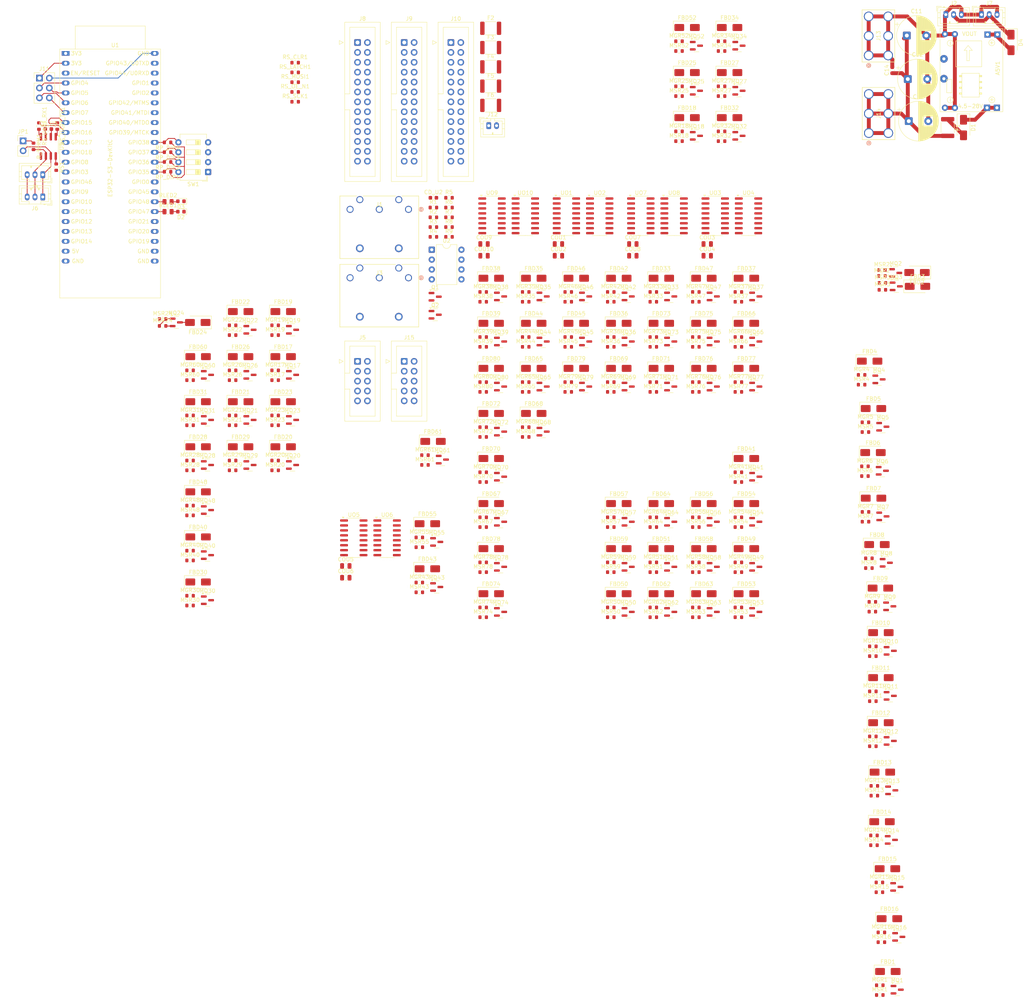
<source format=kicad_pcb>
(kicad_pcb (version 20241229) (generator "pcbnew") (generator_version "9.0")
  (layers (0 "F.Cu" signal) (2 "B.Cu" signal) (13 "F.Paste" user) (15 "B.Paste" user) (5 "F.SilkS" user "F.Silkscreen") (7 "B.SilkS" user "B.Silkscreen") (1 "F.Mask" user) (3 "B.Mask" user) (25 "Edge.Cuts" user))
  (net 0 "")
  (net 1 "/Power/VIN_PROT")
  (net 2 "GND")
  (net 3 "/Power/BUCK_5V")
  (net 4 "+12V")
  (net 5 "SYS_5V")
  (net 6 "+3.3V")
  (net 7 "/Power/VIN_FUSED")
  (net 8 "Net-(D2-A)")
  (net 9 "Net-(D3-A)")
  (net 10 "/outputs/16_channel_output_block/GND_COIL")
  (net 11 "/outputs/16_channel_output_block1/GND_COIL")
  (net 12 "/outputs/16_channel_output_block2/GND_COIL")
  (net 13 "/outputs/16_channel_output_block3/GND_COIL")
  (net 14 "/outputs/16_channel_output_block4/GND_COIL")
  (net 15 "/outputs/coil_o16")
  (net 16 "/outputs/coil_o1")
  (net 17 "/outputs/coil_o2")
  (net 18 "/outputs/coil_o3")
  (net 19 "/outputs/coil_o4")
  (net 20 "/outputs/coil_o5")
  (net 21 "/outputs/coil_o6")
  (net 22 "/outputs/coil_o7")
  (net 23 "/outputs/coil_o8")
  (net 24 "/outputs/coil_o9")
  (net 25 "/outputs/coil_o10")
  (net 26 "/outputs/coil_o11")
  (net 27 "/outputs/coil_o12")
  (net 28 "/outputs/coil_o13")
  (net 29 "/outputs/coil_o14")
  (net 30 "/outputs/coil_o15")
  (net 31 "/outputs/coil_o17")
  (net 32 "/outputs/coil_o18")
  (net 33 "/outputs/coil_o20")
  (net 34 "/outputs/coil_o19")
  (net 35 "/outputs/coil_o26")
  (net 36 "/outputs/coil_o25")
  (net 37 "/outputs/coil_o27")
  (net 38 "/outputs/coil_o28")
  (net 39 "/outputs/coil_o32")
  (net 40 "/outputs/coil_o30")
  (net 41 "/outputs/coil_o29")
  (net 42 "/outputs/coil_o31")
  (net 43 "/outputs/coil_o21")
  (net 44 "/outputs/coil_o22")
  (net 45 "/outputs/coil_o23")
  (net 46 "/outputs/coil_o24")
  (net 47 "/outputs/coil_o33")
  (net 48 "/outputs/coil_o34")
  (net 49 "/outputs/coil_o36")
  (net 50 "/outputs/coil_o35")
  (net 51 "/outputs/coil_o42")
  (net 52 "/outputs/coil_o41")
  (net 53 "/outputs/coil_o43")
  (net 54 "/outputs/coil_o44")
  (net 55 "/outputs/coil_o48")
  (net 56 "/outputs/coil_o46")
  (net 57 "/outputs/coil_o45")
  (net 58 "/outputs/coil_o47")
  (net 59 "/outputs/coil_o37")
  (net 60 "/outputs/coil_o38")
  (net 61 "/outputs/coil_o39")
  (net 62 "/outputs/coil_o40")
  (net 63 "/outputs/coil_o49")
  (net 64 "/outputs/coil_o50")
  (net 65 "/outputs/coil_o52")
  (net 66 "/outputs/coil_o51")
  (net 67 "/outputs/coil_o58")
  (net 68 "/outputs/coil_o57")
  (net 69 "/outputs/coil_o59")
  (net 70 "/outputs/coil_o60")
  (net 71 "/outputs/coil_o64")
  (net 72 "/outputs/coil_o62")
  (net 73 "/outputs/coil_o61")
  (net 74 "/outputs/coil_o63")
  (net 75 "/outputs/coil_o53")
  (net 76 "/outputs/coil_o54")
  (net 77 "/outputs/coil_o55")
  (net 78 "/outputs/coil_o56")
  (net 79 "/outputs/coil_o65")
  (net 80 "/outputs/coil_o66")
  (net 81 "/outputs/coil_o68")
  (net 82 "/outputs/coil_o67")
  (net 83 "/outputs/coil_o74")
  (net 84 "/outputs/coil_o73")
  (net 85 "/outputs/coil_o75")
  (net 86 "/outputs/coil_o76")
  (net 87 "/outputs/coil_o80")
  (net 88 "/outputs/coil_o78")
  (net 89 "/outputs/coil_o77")
  (net 90 "/outputs/coil_o79")
  (net 91 "/outputs/coil_o69")
  (net 92 "/outputs/coil_o70")
  (net 93 "/outputs/coil_o71")
  (net 94 "/outputs/coil_o72")
  (net 96 "/Controller/MIDI/MIDI_IN_P4")
  (net 98 "/Controller/MIDI/MIDI_IN_P5")
  (net 100 "/Controller/MIDI/MIDI_THRU_P5")
  (net 103 "/Controller/MIDI/MIDI_THRU_P4")
  (net 104 "/Controller/BoardToBoardComms/CANH")
  (net 105 "/Controller/BoardToBoardComms/CANL")
  (net 106 "/G_LATCH")
  (net 107 "/G_OE_N")
  (net 108 "/G_SRCLR")
  (net 109 "/G_SCK")
  (net 110 "/G_CARRY_OUT")
  (net 111 "Net-(J11-Pin_6)")
  (net 112 "Net-(J11-Pin_3)")
  (net 113 "Net-(J11-Pin_4)")
  (net 114 "Net-(J11-Pin_5)")
  (net 115 "Net-(J15-Pin_4)")
  (net 116 "/SERIAL_DATA")
  (net 117 "Net-(JP1-A)")
  (net 118 "/outputs/16_channel_output_block/16_channel_mosfet_output/mosfet_channel16/gate")
  (net 119 "/outputs/16_channel_output_block/16_channel_mosfet_output/mosfet_channel1/gate")
  (net 120 "/outputs/16_channel_output_block/16_channel_mosfet_output/mosfet_channel2/gate")
  (net 121 "/outputs/16_channel_output_block/16_channel_mosfet_output/mosfet_channel3/gate")
  (net 122 "/outputs/16_channel_output_block/16_channel_mosfet_output/mosfet_channel4/gate")
  (net 123 "/outputs/16_channel_output_block/16_channel_mosfet_output/mosfet_channel5/gate")
  (net 124 "/outputs/16_channel_output_block/16_channel_mosfet_output/mosfet_channel6/gate")
  (net 125 "/outputs/16_channel_output_block/16_channel_mosfet_output/mosfet_channel7/gate")
  (net 126 "/outputs/16_channel_output_block/16_channel_mosfet_output/mosfet_channel8/gate")
  (net 127 "/outputs/16_channel_output_block/16_channel_mosfet_output/mosfet_channel9/gate")
  (net 128 "/outputs/16_channel_output_block/16_channel_mosfet_output/mosfet_channel10/gate")
  (net 129 "/outputs/16_channel_output_block/16_channel_mosfet_output/mosfet_channel11/gate")
  (net 130 "/outputs/16_channel_output_block/16_channel_mosfet_output/mosfet_channel12/gate")
  (net 131 "/outputs/16_channel_output_block/16_channel_mosfet_output/mosfet_channel13/gate")
  (net 132 "/outputs/16_channel_output_block/16_channel_mosfet_output/mosfet_channel14/gate")
  (net 133 "/outputs/16_channel_output_block/16_channel_mosfet_output/mosfet_channel15/gate")
  (net 134 "/outputs/16_channel_output_block1/16_channel_mosfet_output/mosfet_channel1/gate")
  (net 135 "/outputs/16_channel_output_block1/16_channel_mosfet_output/mosfet_channel2/gate")
  (net 136 "/outputs/16_channel_output_block1/16_channel_mosfet_output/mosfet_channel4/gate")
  (net 137 "/outputs/16_channel_output_block1/16_channel_mosfet_output/mosfet_channel3/gate")
  (net 138 "/outputs/16_channel_output_block1/16_channel_mosfet_output/mosfet_channel10/gate")
  (net 139 "/outputs/16_channel_output_block1/16_channel_mosfet_output/mosfet_channel9/gate")
  (net 140 "/outputs/16_channel_output_block1/16_channel_mosfet_output/mosfet_channel11/gate")
  (net 141 "/outputs/16_channel_output_block1/16_channel_mosfet_output/mosfet_channel12/gate")
  (net 142 "/outputs/16_channel_output_block1/16_channel_mosfet_output/mosfet_channel16/gate")
  (net 143 "/outputs/16_channel_output_block1/16_channel_mosfet_output/mosfet_channel14/gate")
  (net 144 "/outputs/16_channel_output_block1/16_channel_mosfet_output/mosfet_channel13/gate")
  (net 145 "/outputs/16_channel_output_block1/16_channel_mosfet_output/mosfet_channel15/gate")
  (net 146 "/outputs/16_channel_output_block1/16_channel_mosfet_output/mosfet_channel5/gate")
  (net 147 "/outputs/16_channel_output_block1/16_channel_mosfet_output/mosfet_channel6/gate")
  (net 148 "/outputs/16_channel_output_block1/16_channel_mosfet_output/mosfet_channel7/gate")
  (net 149 "/outputs/16_channel_output_block1/16_channel_mosfet_output/mosfet_channel8/gate")
  (net 150 "/outputs/16_channel_output_block2/16_channel_mosfet_output/mosfet_channel1/gate")
  (net 151 "/outputs/16_channel_output_block2/16_channel_mosfet_output/mosfet_channel2/gate")
  (net 152 "/outputs/16_channel_output_block2/16_channel_mosfet_output/mosfet_channel4/gate")
  (net 153 "/outputs/16_channel_output_block2/16_channel_mosfet_output/mosfet_channel3/gate")
  (net 154 "/outputs/16_channel_output_block2/16_channel_mosfet_output/mosfet_channel10/gate")
  (net 155 "/outputs/16_channel_output_block2/16_channel_mosfet_output/mosfet_channel9/gate")
  (net 156 "/outputs/16_channel_output_block2/16_channel_mosfet_output/mosfet_channel11/gate")
  (net 157 "/outputs/16_channel_output_block2/16_channel_mosfet_output/mosfet_channel12/gate")
  (net 158 "/outputs/16_channel_output_block2/16_channel_mosfet_output/mosfet_channel16/gate")
  (net 159 "/outputs/16_channel_output_block2/16_channel_mosfet_output/mosfet_channel14/gate")
  (net 160 "/outputs/16_channel_output_block2/16_channel_mosfet_output/mosfet_channel13/gate")
  (net 161 "/outputs/16_channel_output_block2/16_channel_mosfet_output/mosfet_channel15/gate")
  (net 162 "/outputs/16_channel_output_block2/16_channel_mosfet_output/mosfet_channel5/gate")
  (net 163 "/outputs/16_channel_output_block2/16_channel_mosfet_output/mosfet_channel6/gate")
  (net 164 "/outputs/16_channel_output_block2/16_channel_mosfet_output/mosfet_channel7/gate")
  (net 165 "/outputs/16_channel_output_block2/16_channel_mosfet_output/mosfet_channel8/gate")
  (net 166 "/outputs/16_channel_output_block3/16_channel_mosfet_output/mosfet_channel1/gate")
  (net 167 "/outputs/16_channel_output_block3/16_channel_mosfet_output/mosfet_channel2/gate")
  (net 168 "/outputs/16_channel_output_block3/16_channel_mosfet_output/mosfet_channel4/gate")
  (net 169 "/outputs/16_channel_output_block3/16_channel_mosfet_output/mosfet_channel3/gate")
  (net 170 "/outputs/16_channel_output_block3/16_channel_mosfet_output/mosfet_channel10/gate")
  (net 171 "/outputs/16_channel_output_block3/16_channel_mosfet_output/mosfet_channel9/gate")
  (net 172 "/outputs/16_channel_output_block3/16_channel_mosfet_output/mosfet_channel11/gate")
  (net 173 "/outputs/16_channel_output_block3/16_channel_mosfet_output/mosfet_channel12/gate")
  (net 174 "/outputs/16_channel_output_block3/16_channel_mosfet_output/mosfet_channel16/gate")
  (net 175 "/outputs/16_channel_output_block3/16_channel_mosfet_output/mosfet_channel14/gate")
  (net 176 "/outputs/16_channel_output_block3/16_channel_mosfet_output/mosfet_channel13/gate")
  (net 177 "/outputs/16_channel_output_block3/16_channel_mosfet_output/mosfet_channel15/gate")
  (net 178 "/outputs/16_channel_output_block3/16_channel_mosfet_output/mosfet_channel5/gate")
  (net 179 "/outputs/16_channel_output_block3/16_channel_mosfet_output/mosfet_channel6/gate")
  (net 180 "/outputs/16_channel_output_block3/16_channel_mosfet_output/mosfet_channel7/gate")
  (net 181 "/outputs/16_channel_output_block3/16_channel_mosfet_output/mosfet_channel8/gate")
  (net 182 "/outputs/16_channel_output_block4/16_channel_mosfet_output/mosfet_channel1/gate")
  (net 183 "/outputs/16_channel_output_block4/16_channel_mosfet_output/mosfet_channel2/gate")
  (net 184 "/outputs/16_channel_output_block4/16_channel_mosfet_output/mosfet_channel4/gate")
  (net 185 "/outputs/16_channel_output_block4/16_channel_mosfet_output/mosfet_channel3/gate")
  (net 186 "/outputs/16_channel_output_block4/16_channel_mosfet_output/mosfet_channel10/gate")
  (net 187 "/outputs/16_channel_output_block4/16_channel_mosfet_output/mosfet_channel9/gate")
  (net 188 "/outputs/16_channel_output_block4/16_channel_mosfet_output/mosfet_channel11/gate")
  (net 189 "/outputs/16_channel_output_block4/16_channel_mosfet_output/mosfet_channel12/gate")
  (net 190 "/outputs/16_channel_output_block4/16_channel_mosfet_output/mosfet_channel16/gate")
  (net 191 "/outputs/16_channel_output_block4/16_channel_mosfet_output/mosfet_channel14/gate")
  (net 192 "/outputs/16_channel_output_block4/16_channel_mosfet_output/mosfet_channel13/gate")
  (net 193 "/outputs/16_channel_output_block4/16_channel_mosfet_output/mosfet_channel15/gate")
  (net 194 "/outputs/16_channel_output_block4/16_channel_mosfet_output/mosfet_channel5/gate")
  (net 195 "/outputs/16_channel_output_block4/16_channel_mosfet_output/mosfet_channel6/gate")
  (net 196 "/outputs/16_channel_output_block4/16_channel_mosfet_output/mosfet_channel7/gate")
  (net 197 "/outputs/16_channel_output_block4/16_channel_mosfet_output/mosfet_channel8/gate")
  (net 198 "/outputs/16_channel_output_block/N16")
  (net 199 "/outputs/16_channel_output_block/N01")
  (net 200 "/outputs/16_channel_output_block/N02")
  (net 201 "/outputs/16_channel_output_block/N03")
  (net 202 "/outputs/16_channel_output_block/N04")
  (net 203 "/outputs/16_channel_output_block/N05")
  (net 204 "/outputs/16_channel_output_block/N06")
  (net 205 "/outputs/16_channel_output_block/N07")
  (net 206 "/outputs/16_channel_output_block/N08")
  (net 207 "/outputs/16_channel_output_block/N09")
  (net 208 "/outputs/16_channel_output_block/N10")
  (net 209 "/outputs/16_channel_output_block/N11")
  (net 210 "/outputs/16_channel_output_block/N12")
  (net 211 "/outputs/16_channel_output_block/N13")
  (net 212 "/outputs/16_channel_output_block/N14")
  (net 213 "/outputs/16_channel_output_block/N15")
  (net 214 "/outputs/16_channel_output_block1/N01")
  (net 215 "/outputs/16_channel_output_block1/N02")
  (net 216 "/outputs/16_channel_output_block1/N04")
  (net 217 "/outputs/16_channel_output_block1/N03")
  (net 218 "/outputs/16_channel_output_block1/N10")
  (net 219 "/outputs/16_channel_output_block1/N09")
  (net 220 "/outputs/16_channel_output_block1/N11")
  (net 221 "/outputs/16_channel_output_block1/N12")
  (net 222 "/outputs/16_channel_output_block1/N16")
  (net 223 "/outputs/16_channel_output_block1/N14")
  (net 224 "/outputs/16_channel_output_block1/N13")
  (net 225 "/outputs/16_channel_output_block1/N15")
  (net 226 "/outputs/16_channel_output_block1/N05")
  (net 227 "/outputs/16_channel_output_block1/N06")
  (net 228 "/outputs/16_channel_output_block1/N07")
  (net 229 "/outputs/16_channel_output_block1/N08")
  (net 230 "/outputs/16_channel_output_block2/N01")
  (net 231 "/outputs/16_channel_output_block2/N02")
  (net 232 "/outputs/16_channel_output_block2/N04")
  (net 233 "/outputs/16_channel_output_block2/N03")
  (net 234 "/outputs/16_channel_output_block2/N10")
  (net 235 "/outputs/16_channel_output_block2/N09")
  (net 236 "/outputs/16_channel_output_block2/N11")
  (net 237 "/outputs/16_channel_output_block2/N12")
  (net 238 "/outputs/16_channel_output_block2/N16")
  (net 239 "/outputs/16_channel_output_block2/N14")
  (net 240 "/outputs/16_channel_output_block2/N13")
  (net 241 "/outputs/16_channel_output_block2/N15")
  (net 242 "/outputs/16_channel_output_block2/N05")
  (net 243 "/outputs/16_channel_output_block2/N06")
  (net 244 "/outputs/16_channel_output_block2/N07")
  (net 245 "/outputs/16_channel_output_block2/N08")
  (net 246 "/outputs/16_channel_output_block3/N01")
  (net 247 "/outputs/16_channel_output_block3/N02")
  (net 248 "/outputs/16_channel_output_block3/N04")
  (net 249 "/outputs/16_channel_output_block3/N03")
  (net 250 "/outputs/16_channel_output_block3/N10")
  (net 251 "/outputs/16_channel_output_block3/N09")
  (net 252 "/outputs/16_channel_output_block3/N11")
  (net 253 "/outputs/16_channel_output_block3/N12")
  (net 254 "/outputs/16_channel_output_block3/N16")
  (net 255 "/outputs/16_channel_output_block3/N14")
  (net 256 "/outputs/16_channel_output_block3/N13")
  (net 257 "/outputs/16_channel_output_block3/N15")
  (net 258 "/outputs/16_channel_output_block3/N05")
  (net 259 "/outputs/16_channel_output_block3/N06")
  (net 260 "/outputs/16_channel_output_block3/N07")
  (net 261 "/outputs/16_channel_output_block3/N08")
  (net 262 "/outputs/16_channel_output_block4/N01")
  (net 263 "/outputs/16_channel_output_block4/N02")
  (net 264 "/outputs/16_channel_output_block4/N04")
  (net 265 "/outputs/16_channel_output_block4/N03")
  (net 266 "/outputs/16_channel_output_block4/N10")
  (net 267 "/outputs/16_channel_output_block4/N09")
  (net 268 "/outputs/16_channel_output_block4/N11")
  (net 269 "/outputs/16_channel_output_block4/N12")
  (net 270 "/outputs/16_channel_output_block4/N16")
  (net 271 "/outputs/16_channel_output_block4/N14")
  (net 272 "/outputs/16_channel_output_block4/N13")
  (net 273 "/outputs/16_channel_output_block4/N15")
  (net 274 "/outputs/16_channel_output_block4/N05")
  (net 275 "/outputs/16_channel_output_block4/N06")
  (net 276 "/outputs/16_channel_output_block4/N07")
  (net 277 "/outputs/16_channel_output_block4/N08")
  (net 278 "/Controller/MIDI/Q1_B")
  (net 279 "/Controller/MIDI/MIDI_THRU_SINK")
  (net 280 "Net-(Q2-B)")
  (net 281 "/Controller/MIDI/MIDI_THRU_DRV")
  (net 282 "/Controller/MIDI_GPIO")
  (net 283 "Net-(U2-A)")
  (net 284 "/Controller/LED1")
  (net 285 "/Controller/LED2")
  (net 286 "/Controller/DIP1")
  (net 287 "/Controller/DIP2")
  (net 288 "/Controller/DIP3")
  (net 289 "/Controller/DIP4")
  (net 290 "Net-(U5-Rs)")
  (net 291 "Net-(U1-GPIO10{slash}ADC1_CH9)")
  (net 292 "Net-(U1-GPIO14{slash}ADC2_CH3)")
  (net 293 "Net-(U1-GPIO13{slash}ADC2_CH2)")
  (net 294 "Net-(U1-GPIO11{slash}ADC2_CH0)")
  (net 295 "Net-(U1-GPIO12{slash}ADC2_CH1)")
  (net 296 "/Controller/COMM_RX")
  (net 297 "/Controller/BoardToBoardComms/CAN_RXD")
  (net 298 "/Controller/BoardToBoardComms/CAN_TXD")
  (net 299 "/Controller/COMM_TX")
  (net 322 "/outputs/16_channel_output_block/CARRY1")
  (net 323 "/outputs/16_channel_output_block/CARRY_OUT")
  (net 324 "/outputs/16_channel_output_block1/CARRY1")
  (net 325 "/outputs/16_channel_output_block1/CARRY_OUT")
  (net 326 "/outputs/16_channel_output_block2/CARRY1")
  (net 327 "/outputs/16_channel_output_block2/CARRY_OUT")
  (net 328 "/outputs/16_channel_output_block3/CARRY1")
  (net 329 "/outputs/16_channel_output_block3/CARRY_OUT")
  (net 330 "/outputs/16_channel_output_block4/CARRY1")
  (footprint "Resistor_SMD:R_0603_1608Metric" (layer "F.Cu") (at 179.188 155.83)
    (property "Reference" "MGR58")
    (property "Value" "100K")
  )
  (footprint "Connector_IDC:IDC-Header_2x05_P2.54mm_Vertical" (layer "F.Cu") (at 104.318 104.21)
    (property "Reference" "J15")
    (property "Value" "SPI_PREV")
  )
  (footprint "Diode_SMD:D_SMA" (layer "F.Cu") (at 192.173 163.87)
    (property "Reference" "FBD53")
    (property "Value" "M7")
  )
  (footprint "Package_TO_SOT_SMD:SOT-23" (layer "F.Cu") (at 179.328 46.325)
    (property "Reference" "MQ18")
    (property "Value" "AO3400A")
  )
  (footprint "Package_TO_SOT_SMD:SOT-23" (layer "F.Cu") (at 129.048 156.975)
    (property "Reference" "MQ78")
    (property "Value" "AO3400A")
  )
  (footprint "Connector_JST:JST_PH_B3B-PH-K_1x03_P2.00mm_Vertical" (layer "F.Cu") (at 243.364 15.198)
    (property "Reference" "J2")
    (property "Value" "5VOut")
  )
  (footprint "Package_TO_SOT_SMD:SOT-23" (layer "F.Cu") (at 64.718 107.685)
    (property "Reference" "MQ26")
    (property "Value" "AO3400A")
  )
  (footprint "Resistor_SMD:R_0603_1608Metric" (layer "F.Cu") (at 124.588 146.77)
    (property "Reference" "MSR67")
    (property "Value" "100R")
  )
  (footprint "Resistor_SMD:R_0603_1608Metric" (layer "F.Cu") (at 124.588 109.55)
    (property "Reference" "MGR80")
    (property "Value" "100K")
  )
  (footprint "Package_TO_SOT_SMD:SOT-23" (layer "F.Cu") (at 229.09 190.095)
    (property "Reference" "MQ11")
    (property "Value" "AO3400A")
  )
  (footprint "Package_TO_SOT_SMD:SOT-23" (layer "F.Cu") (at 227.185 121.007)
    (property "Reference" "MQ5")
    (property "Value" "AO3400A")
  )
  (footprint "Resistor_SMD:R_0603_1608Metric" (layer "F.Cu") (at 108.198 163.51)
    (property "Reference" "MSR43")
    (property "Value" "100R")
  )
  (footprint "Resistor_SMD:R_0603_1608Metric" (layer "F.Cu") (at 135.508 86.41)
    (property "Reference" "MGR35")
    (property "Value" "100K")
  )
  (footprint "Diode_SMD:D_SMA" (layer "F.Cu") (at 225.679 151.257)
    (property "Reference" "FBD8")
    (property "Value" "M7")
  )
  (footprint "Package_TO_SOT_SMD:SOT-23" (layer "F.Cu") (at 172.728 87.555)
    (property "Reference" "MQ33")
    (property "Value" "AO3400A")
  )
  (footprint "Package_TO_SOT_SMD:SOT-23" (layer "F.Cu") (at 112.258 87.625)
    (property "Reference" "Q1")
    (property "Value" "MMBT3904")
  )
  (footprint "Resistor_SMD:R_0603_1608Metric" (layer "F.Cu") (at 15.24 43.815 -90)
    (property "Reference" "RS_UART_TX1")
    (property "Value" "33R")
  )
  (footprint "Connector_IDC:IDC-Header_2x13_P2.54mm_Vertical" (layer "F.Cu") (at 92.333 22.36)
    (property "Reference" "J8")
    (property "Value" "Outputs 1-26")
  )
  (footprint "Resistor_SMD:R_0603_1608Metric" (layer "F.Cu") (at 124.588 121.12)
    (property "Reference" "MGR72")
    (property "Value" "100K")
  )
  (footprint "Resistor_SMD:R_0603_1608Metric" (layer "F.Cu") (at 71.178 97.48)
    (property "Reference" "MSR19")
    (property "Value" "100R")
  )
  (footprint "Resistor_SMD:R_0603_1608Metric" (layer "F.Cu") (at 190.108 97.98)
    (property "Reference" "MGR66")
    (property "Value" "100K")
  )
  (footprint "Resistor_SMD:R_0603_1608Metric" (layer "F.Cu") (at 49.338 152.82)
    (property "Reference" "MGR40")
    (property "Value" "100K")
  )
  (footprint "Package_TO_SOT_SMD:SOT-23" (layer "F.Cu") (at 194.568 156.975)
    (property "Reference" "MQ49")
    (property "Value" "AO3400A")
  )
  (footprint "Resistor_SMD:R_0603_1608Metric" (layer "F.Cu") (at 168.268 88.92)
    (property "Reference" "MSR33")
    (property "Value" "100R")
  )
  (footprint "Diode_SMD:D_SMA" (layer "F.Cu") (at 62.323 91.44)
    (property "Reference" "FBD22")
    (property "Value" "M7")
  )
  (footprint "Capacitor_SMD:C_0805_2012Metric" (layer "F.Cu") (at 124.808 77.1)
    (property "Reference" "COU10")
    (property "Value" "0.1u")
  )
  (footprint "Package_TO_SOT_SMD:SOT-23" (layer "F.Cu") (at 227.203 144.018)
    (property "Reference" "MQ7")
    (property "Value" "AO3400A")
  )
  (footprint "Diode_SMD:D_SMA" (layer "F.Cu") (at 192.173 152.3)
    (property "Reference" "FBD49")
    (property "Value" "M7")
  )
  (footprint "Resistor_SMD:R_0603_1608Metric" (layer "F.Cu") (at 49.338 166.9)
    (property "Reference" "MSR30")
    (property "Value" "100R")
  )
  (footprint "Connector_JST:JST_PH_B3B-PH-K_1x03_P2.00mm_Vertical" (layer "F.Cu") (at 252.508 15.198)
    (property "Reference" "J7")
    (property "Value" "5VOut")
  )
  (footprint "Resistor_SMD:R_0603_1608Metric" (layer "F.Cu") (at 109.648 128.3)
    (property "Reference" "MGR61")
    (property "Value" "100K")
  )
  (footprint "Resistor_SMD:R_0603_1608Metric" (layer "F.Cu") (at 179.188 112.06)
    (property "Reference" "MSR76")
    (property "Value" "100R")
  )
  (footprint "Capacitor_SMD:C_0603_1608Metric" (layer "F.Cu") (at 111.808 62.22)
    (property "Reference" "CD_U2")
    (property "Value" "100n")
  )
  (footprint "Resistor_SMD:R_0603_1608Metric" (layer "F.Cu") (at 49.338 141.25)
    (property "Reference" "MGR48")
    (property "Value" "100K")
  )
  (footprint "Resistor_SMD:R_0603_1608Metric" (layer "F.Cu") (at 224.917 228.443)
    (property "Reference" "MSR14")
    (property "Value" "100R")
  )
  (footprint "Diode_SMD:D_SMA" (layer "F.Cu") (at 110.263 145.9)
    (property "Reference" "FBD55")
    (property "Value" "M7")
  )
  (footprint "Package_TO_SOT_SMD:SOT-23" (layer "F.Cu") (at 75.638 96.115)
    (property "Reference" "MQ19")
    (property "Value" "AO3400A")
  )
  (footprint "Package_TO_SOT_SMD:SOT-23" (layer "F.Cu") (at 183.648 87.555)
    (property "Reference" "MQ47")
    (property "Value" "AO3400A")
  )
  (footprint "Resistor_SMD:R_0603_1608Metric" (layer "F.Cu") (at 124.588 135.2)
    (property "Reference" "MSR70")
    (property "Value" "100R")
  )
  (footprint "Resistor_SMD:R_0603_1608Metric" (layer "F.Cu") (at 190.108 109.55)
    (property "Reference" "MGR77")
    (property "Value" "100K")
  )
  (footprint "Resistor_SMD:R_0603_1608Metric" (layer "F.Cu") (at 179.188 109.55)
    (property "Reference" "MGR76")
    (property "Value" "100K")
  )
  (footprint "Package_TO_SOT_SMD:SOT-23" (layer "F.Cu") (at 139.968 110.695)
    (property "Reference" "MQ65")
    (property "Value" "AO3400A")
  )
  (footprint "Resistor_SMD:R_0603_1608Metric" (layer "F.Cu") (at 224.503 168.473)
    (property "Reference" "MSR9")
    (property "Value" "100R")
  )
  (footprint "Package_TO_SOT_SMD:SOT-23" (layer "F.Cu") (at 183.648 110.695)
    (property "Reference" "MQ76")
    (property "Value" "AO3400A")
  )
  (footprint "Resistor_SMD:R_0603_1608Metric" (layer "F.Cu") (at 179.188 86.41)
    (property "Reference" "MGR47")
    (property "Value" "100K")
  )
  (footprint "Resistor_SMD:R_0603_1608Metric" (layer "F.Cu") (at 157.348 97.98)
    (property "Reference" "MGR36")
    (property "Value" "100K")
  )
  (footprint "Resistor_SMD:R_0603_1608Metric" (layer "F.Cu") (at 226.314 240.508)
    (property "Reference" "MSR15")
    (property "Value" "100R")
  )
  (footprint "Package_TO_SOT_SMD:SOT-23" (layer "F.Cu") (at 64.718 96.115)
    (property "Reference" "MQ22")
    (property "Value" "AO3400A")
  )
  (footprint "Diode_SMD:D_SMA" (layer "F.Cu") (at 181.253 163.87)
    (property "Reference" "FBD63")
    (property "Value" "M7")
  )
  (footprint "Resistor_SMD:R_0603_1608Metric" (layer "F.Cu") (at 49.338 143.76)
    (property "Reference" "MSR48")
    (property "Value" "100R")
  )
  (footprint "Resistor_SMD:R_0603_1608Metric" (layer "F.Cu") (at 190.108 112.06)
    (property "Reference" "MSR77")
    (property "Value" "100R")
  )
  (footprint "Resistor_SMD:R_0603_1608Metric" (layer "F.Cu") (at 168.268 100.49)
    (property "Reference" "MSR73")
    (property "Value" "100R")
  )
  (footprint "Resistor_SMD:R_0603_1608Metric" (layer "F.Cu") (at 226.822 253.335)
    (property "Reference" "MSR16")
    (property "Value" "100R")
  )
  (footprint "Resistor_SMD:R_0603_1608Metric" (layer "F.Cu") (at 168.268 158.34)
    (property "Reference" "MSR51")
    (property "Value" "100R")
  )
  (footprint "Diode_SMD:D_SMA" (layer "F.Cu") (at 226.695 173.863)
    (property "Reference" "FBD10")
    (property "Value" "M7")
  )
  (footprint "Resistor_SMD:R_0603_1608Metric" (layer "F.Cu") (at 9.144 49.022 -90)
    (property "Reference" "R_TERM1")
    (property "Value" "120R")
  )
  (footprint "Diode_SMD:D_SMA" (layer "F.Cu") (at 62.323 103.01)
    (property "Reference" "FBD26")
    (property "Value" "M7")
  )
  (footprint "Resistor_SMD:R_0603_1608Metric" (layer "F.Cu") (at 168.268 97.98)
    (property "Reference" "MGR73")
    (property "Value" "100K")
  )
  (footprint "Resistor_SMD:R_0603_1608Metric" (layer "F.Cu") (at 124.588 144.26)
    (property "Reference" "MGR67")
    (property "Value" "100K")
  )
  (footprint "Resistor_SMD:R_0603_1608Metric" (layer "F.Cu") (at 190.108 88.92)
    (property "Reference" "MSR37")
    (property "Value" "100R")
  )
  (footprint "Resistor_SMD:R_0603_1608Metric" (layer "F.Cu") (at 115.818 67.24)
    (property "Reference" "R7")
    (property "Value" "220R")
  )
  (footprint "Capacitor_SMD:C_0805_2012Metric" (layer "F.Cu") (at 124.808 74.09)
    (property "Reference" "COU9")
    (property "Value" "0.1u")
  )
  (footprint "Capacitor_THT:CP_Radial_D10.0mm_P5.00mm" (layer "F.Cu") (at 233.344323 20.574)
    (property "Reference" "C11")
    (property "Value" "2200u 25V")
  )
  (footprint "Capacitor_SMD:C_0603_1608Metric" (layer "F.Cu") (at 12.954 44.577)
    (property "Reference" "CD_U5")
    (property "Value" "100n")
  )
  (footprint "Package_TO_SOT_SMD:SOT-23" (layer "F.Cu") (at 114.108 129.445)
    (property "Reference" "MQ61")
    (property "Value" "AO3400A")
  )
  (footprint "Diode_SMD:D_SMA" (layer "F.Cu") (at 51.403 114.58)
    (property "Reference" "FBD31")
    (property "Value" "M7")
  )
  (footprint "Package_TO_SOT_SMD:SOT-23" (layer "F.Cu") (at 172.728 99.125)
    (property "Reference" "MQ73")
    (property "Value" "AO3400A")
  )
  (footprint "Resistor_SMD:R_0603_1608Metric" (layer "F.Cu") (at 115.818 64.73)
    (property "Reference" "R6")
    (property "Value" "4.7k")
  )
  (footprint "Resistor_SMD:R_0603_1608Metric" (layer "F.Cu") (at 224.63 177.393)
    (property "Reference" "MGR10")
    (property "Value" "100K")
  )
  (footprint "Resistor_SMD:R_0603_1608Metric" (layer "F.Cu") (at 226.314 237.998)
    (property "Reference" "MGR15")
    (property "Value" "100K")
  )
  (footprint "Package_TO_SOT_SMD:SOT-23" (layer "F.Cu") (at 161.808 145.405)
    (property "Reference" "MQ57")
    (property "Value" "AO3400A")
  )
  (footprint "Resistor_SMD:R_0603_1608Metric" (layer "F.Cu") (at 190.108 132.69)
    (property "Reference" "MGR41")
    (property "Value" "100K")
  )
  (footprint "Package_TO_SOT_SMD:SOT-23" (layer "F.Cu") (at 190.248 46.325)
    (property "Reference" "MQ32")
    (property "Value" "AO3400A")
  )
  (footprint "Package_TO_SOT_SMD:SOT-23" (layer "F.Cu") (at 53.798 165.535)
    (property "Reference" "MQ30")
    (property "Value" "AO3400A")
  )
  (footprint "Resistor_SMD:R_0603_1608Metric" (layer "F.Cu") (at 76.318 37.57)
    (property "Reference" "RS_SCK1")
    (property "Value" "33R")
  )
  (footprint "Resistor_SMD:R_0603_1608Metric" (layer "F.Cu") (at 146.428 100.49)
    (property "Reference" "MSR45")
    (property "Value" "100R")
  )
  (footprint "Diode_SMD:D_SMA" (layer "F.Cu") (at 170.333 163.87)
    (property "Reference" "FBD62")
    (property "Value" "M7")
  )
  (footprint "Resistor_SMD:R_0603_1608Metric" (layer "F.Cu") (at 124.588 167.4)
    (property "Reference" "MGR74")
    (property "Value" "100K")
  )
  (footprint "Package_SO:SOP-16_3.9x9.9mm_P1.27mm" (layer "F.Cu") (at 99.918 149.52)
    (property "Reference" "UO6")
    (property "Value" "74HC595")
  )
  (footprint "Capacitor_SMD:C_0805_2012Metric" (layer "F.Cu") (at 163.008 77.1)
    (property "Reference" "COU8")
    (property "Value" "0.1u")
  )
  (footprint "Diode_SMD:D_SMA" (layer "F.Cu") (at 126.653 106.02)
    (property "Reference" "FBD80")
    (property "Value" "M7")
  )
  (footprint "Resistor_SMD:R_0603_1608Metric" (layer "F.Cu") (at 224.917 225.933)
    (property "Reference" "MGR14")
    (property "Value" "100K")
  )
  (footprint "Diode_SMD:D_SMA" (layer "F.Cu") (at 176.933 30.08)
    (property "Reference" "FBD25")
    (property "Value" "M7")
  )
  (footprint "Diode_SMD:D_SMA" (layer "F.Cu") (at 159.413 94.45)
    (property "Reference" "FBD36")
    (property "Value" "M7")
  )
  (footprint "Resistor_SMD:R_0603_1608Metric" (layer "F.Cu") (at 115.818 69.75)
    (property "Reference" "R8")
    (property "Value" "10k")
  )
  (footprint "Resistor_SMD:R_0603_1608Metric" (layer "F.Cu") (at 222.743 142.873)
    (property "Reference" "MGR7")
    (property "Value" "100K")
  )
  (footprint "Diode_SMD:D_SMA" (layer "F.Cu") (at 192.173 82.88)
    (property "Reference" "FBD37")
    (property "Value" "M7")
  )
  (footprint "Resistor_SMD:R_0603_1608Metric" (layer "F.Cu") (at 168.268 146.77)
    (property "Reference" "MSR64")
    (property "Value" "100R")
  )
  (footprint "Resistor_SMD:R_0603_1608Metric" (layer "F.Cu") (at 224.63 200.52)
    (property "Reference" "MGR12")
    (property "Value" "100K")
  )
  (footprint "Package_SO:SOP-16_3.9x9.9mm_P1.27mm" (layer "F.Cu") (at 91.368 149.52)
    (property "Reference" "UO5")
    (property "Value" "74HC595")
  )
  (footprint "Resistor_SMD:R_0603_1608Metric" (layer "F.Cu") (at 157.348 169.91)
    (property "Reference" "MSR50")
    (property "Value" "100R")
  )
  (footprint "Resistor_SMD:R_0603_1608Metric" (layer "F.Cu") (at 146.428 109.55)
    (property "Reference" "MGR79")
    (property "Value" "100K")
  )
  (footprint "Package_TO_SOT_SMD:SOT-23" (layer "F.Cu") (at 194.568 133.835)
    (property "Reference" "MQ41")
    (property "Value" "AO3400A")
  )
  (footprint "Diode_SMD:D_SMA" (layer "F.Cu") (at 110.263 157.47)
    (property "Reference" "FBD43")
    (property "Value" "M7")
  )
  (footprint "Resistor_SMD:R_0603_1608Metric" (layer "F.Cu") (at 60.258 109.05)
    (property "Reference" "MSR26")
    (property "Value" "100R")
  )
  (footprint "Package_TO_SOT_SMD:SOT-23" (layer "F.Cu") (at 172.728 145.405)
    (property "Reference" "MQ64")
    (property "Value" "AO3400A")
  )
  (footprint "Resistor_SMD:R_0603_1608Metric" (layer "F.Cu") (at 225.011 213.207)
    (property "Reference" "MGR13")
    (property "Value" "100K")
  )
  (footprint "Package_SO:SOP-16_3.9x9.9mm_P1.27mm" (layer "F.Cu") (at 135.408 66.86)
    (property "Reference" "UO10")
    (property "Value" "74HC595")
  )
  (footprint "Resistor_SMD:R_0603_1608Metric" (layer "F.Cu") (at 174.868 24.55)
    (property "Reference" "MSR52")
    (property "Value" "100R")
  )
  (footprint "Resistor_SMD:R_0603_1608Metric" (layer "F.Cu") (at 111.808 69.75)
    (property "Reference" "R3")
    (property "Value" "2.2K")
  )
  (footprint "Diode_SMD:D_SMA" (layer "F.Cu") (at 223.807 104.166)
    (property "Reference" "FBD4")
    (property "Value" "M7")
  )
  (footprint "Resistor_SMD:R_0603_1608Metric" (layer "F.Cu") (at 157.348 146.77)
    (property "Reference" "MSR57")
    (property "Value" "100R")
  )
  (footprint "Package_TO_SOT_SMD:SOT-23" (layer "F.Cu") (at 194.568 168.545)
    (property "Reference" "MQ53")
    (property "Value" "AO3400A")
  )
  (footprint "Package_TO_SOT_SMD:SOT-23" (layer "F.Cu") (at 129.048 122.265)
    (property "Reference" "MQ72")
    (property "Value" "AO3400A")
  )
  (footprint "Package_TO_SOT_SMD:SOT-23" (layer "F.Cu") (at 150.888 110.695)
    (property "Reference" "MQ79")
    (property "Value" "AO3400A")
  )
  (footprint "Resistor_SMD:R_0603_1608Metric" (layer "F.Cu") (at 10.541 43.815 -90)
    (property "Reference" "RS_UART_RX1")
    (property "Value" "33R")
  )
  (footprint "Package_TO_SOT_SMD:SOT-23" (layer "F.Cu") (at 53.798 119.255)
    (property "Reference" "MQ31")
    (property "Value" "AO3400A")
  )
  (footprint "Resistor_SMD:R_0603_1608Metric" (layer "F.Cu") (at 224.63 188.95)
    (property "Reference" "MGR11")
    (property "Value" "100K")
  )
  (footprint "Package_TO_SOT_SMD:SOT-23" (layer "F.Cu") (at 172.728 110.695)
    (property "Reference" "MQ71")
    (property "Value" "AO3400A")
  )
  (footprint "Diode_SMD:D_SMA" (layer "F.Cu") (at 170.333 94.45)
    (property "Reference" "FBD73")
    (property "Value" "M7")
  )
  (footprint "Fuse:Fuse_1812_4532Metric" (layer "F.Cu") (at 126.518 18.71)
    (property "Reference" "F2")
    (property "Value" "0ZCG0300FF2B")
  )
  (footprint "Resistor_SMD:R_0603_1608Metric" (layer "F.Cu") (at 71.178 106.54)
    (property "Reference" "MGR17")
    (property "Value" "100K")
  )
  (footprint "Capacitor_SMD:C_0805_2012Metric" (layer "F.Cu") (at 182.108 77.1)
    (property "Reference" "COU4")
    (property "Value" "0.1u")
  )
  (footprint "Resistor_SMD:R_0603_1608Metric" (layer "F.Cu") (at 124.588 100.49)
    (property "Reference" "MSR39")
    (property "Value" "100R")
  )
  (footprint "Resistor_SMD:R_0603_1608Metric" (layer "F.Cu") (at 185.788 36.12)
    (property "Reference" "MSR27")
    (property "Value" "100R")
  )
  (footprint "Resistor_SMD:R_0603_1608Metric" (layer "F.Cu") (at 168.268 109.55)
    (property "Reference" "MGR71")
    (property "Value" "100K")
  )
  (footprint "Diode_SMD:D_SMA" (layer "F.Cu") (at 137.573 82.88)
    (property "Reference" "FBD35")
    (property "Value" "M7")
  )
  (footprint "Package_TO_SOT_SMD:SOT-23" (layer "F.Cu") (at 75.638 130.825)
    (property "Reference" "MQ20")
    (property "Value" "AO3400A")
  )
  (footprint "Fuse:Fuse_1812_4532Metric" (layer "F.Cu") (at 126.518 33.56)
    (property "Reference" "F5")
    (property "Value" "0ZCG0300FF2B")
  )
  (footprint "Resistor_SMD:R_0603_1608Metric" (layer "F.Cu") (at 190.108 86.41)
    (property "Reference" "MGR37")
    (property "Value" "100K")
  )
  (footprint "Package_TO_SOT_SMD:SOT-23" (layer "F.Cu") (at 226.202 108.841)
    (property "Reference" "MQ4")
    (property "Value" "AO3400A")
  )
  (footprint "Resistor_SMD:R_0603_1608Metric" (layer "F.Cu") (at 168.268 169.91)
    (property "Reference" "MSR62")
    (property "Value" "100R")
  )
  (footprint "Resistor_SMD:R_0603_1608Metric" (layer "F.Cu") (at 174.868 47.69)
    (property "Reference" "MSR18")
    (property "Value" "100R")
  )
  (footprint "Diode_SMD:D_SMA" (layer "F.Cu") (at 126.653 140.73)
    (property "Reference" "FBD67")
    (property "Value" "M7")
  )
  (footprint "Resistor_SMD:R_0603_1608Metric" (layer "F.Cu") (at 111.808 67.24)
    (property "Reference" "R2")
    (property "Value" "220R")
  )
  (footprint "Resistor_SMD:R_0603_1608Metric" (layer "F.Cu") (at 49.338 155.33)
    (property "Reference" "MSR40")
    (property "Value" "100R")
  )
  (footprint "Package_TO_SOT_SMD:SOT-23" (layer "F.Cu") (at 53.798 153.965)
    (property "Reference" "MQ40")
    (property "Value" "AO3400A")
  )
  (footprint "Resistor_SMD:R_0603_1608Metric" (layer "F.Cu") (at 124.588 155.83)
    (property "Reference" "MGR78")
    (property "Value" "100K")
  )
  (footprint "Capacitor_SMD:C_0805_2012Metric" (layer "F.Cu") (at 143.908 77.1)
    (property "Reference" "COU2")
    (property "Value" "0.1u")
  )
  (footprint "Package_DIP:DIP-8_W7.62mm" (layer "F.Cu") (at 111.388 75.56)
    (property "Reference" "U2")
    (property "Value" "6N137")
  )
  (footprint "UL 8199:CONN_8199_KEY" (layer "F.Cu") (at 223.5581 25.6794 90)
    (property "Reference" "J13")
    (property "Value" "GroundLug")
  )
  (footprint "Diode_SMD:D_SMA" (layer "F.Cu") (at 170.333 106.02)
    (property "Reference" "FBD71")
    (property "Value" "M7")
  )
  (footprint "Package_TO_SOT_SMD:SOT-23" (layer "F.Cu") (at 228.074 155.932)
    (property "Reference" "MQ8")
    (property "Value" "AO3400A")
  )
  (footprint "Capacitor_SMD:C_0805_2012Metric" (layer "F.Cu") (at 89.318 159.76)
    (property "Reference" "COU6")
    (property "Value" "0.1u")
  )
  (footprint "Diode_SMD:D_SMA" (layer "F.Cu") (at 159.413 163.87)
    (property "Reference" "FBD50")
    (property "Value" "M7")
  )
  (footprint "Diode_SMD:D_SMA" (layer "F.Cu") (at 226.695 196.99)
    (property "Reference" "FBD12")
    (property "Value" "M7")
  )
  (footprint "Package_TO_SOT_SMD:SOT-23" (layer "F.Cu") (at 129.048 99.125)
    (property "Reference" "MQ39")
    (property "Value" "AO3400A")
  )
  (footprint "Resistor_SMD:R_0603_1608Metric" (layer "F.Cu") (at 71.178 132.19)
    (property "Reference" "MSR20")
    (property "Value" "100R")
  )
  (footprint "Resistor_SMD:R_0603_1608Metric" (layer "F.Cu") (at 49.338 109.05)
    (property "Reference" "MSR60")
    (property "Value" "100R")
  )
  (footprint "Diode_SMD:D_SMA" (layer "F.Cu") (at 148.493 94.45)
    (property "Reference" "FBD45")
    (property "Value" "M7")
  )
  (footprint "Package_TO_SOT_SMD:SOT-23" (layer "F.Cu") (at 129.048 145.405)
    (property "Reference" "MQ67")
    (property "Value" "AO3400A")
  )
  (footprint "Package_TO_SOT_SMD:SOT-23" (layer "F.Cu") (at 231.282 251.97)
    (property "Reference" "MQ16")
    (property "Value" "AO3400A")
  )
  (footprint "Package_TO_SOT_SMD:SOT-23" (layer "F.Cu") (at 230.487 81.51)
    (property "Reference" "MQ2")
    (property "Value" "AO3400A")
  )
  (footprint "Resistor_SMD:R_0603_1608Metric" (layer "F.Cu") (at 14.986 54.356 -90)
    (property "Reference" "RS1")
    (property "Value" "10k")
  )
  (footprint "Resistor_SMD:R_0603_1608Metric" (layer "F.Cu") (at 49.338 132.19)
    (property "Reference" "MSR28")
    (property "Value" "100R")
  )
  (footprint "Resistor_SMD:R_0603_1608Metric" (layer "F.Cu") (at 179.188 146.77)
    (property "Reference" "MSR56")
    (property "Value" "100R")
  )
  (footprint "Resistor_SMD:R_0603_1608Metric" (layer "F.Cu") (at 226.408 266.898)
    (property "Reference" "MSR1")
    (property "Value" "100R")
  )
  (footprint "Package_TO_SOT_SMD:SOT-23" (layer "F.Cu") (at 150.888 99.125)
    (property "Reference" "MQ45")
    (property "Value" "AO3400A")
  )
  (footprint "Resistor_SMD:R_0603_1608Metric" (layer "F.Cu") (at 223.614 157.297)
    (property "Reference" "MSR8")
    (property "Value" "100R")
  )
  (footprint "Resistor_SMD:R_0603_1608Metric" (layer "F.Cu") (at 190.108 135.2)
    (property "Reference" "MSR41")
    (property "Value" "100R")
  )
  (footprint "Fuse:Fuse_1812_4532Metric" (layer "F.Cu") (at 126.518 38.51)
    (property "Reference" "F6")
    (property "Value" "0ZCG0300FF2B")
  )
  (footprint "Diode_SMD:D_SMA" (layer "F.Cu") (at 228.473 260.858)
    (property "Reference" "FBD1")
    (property "Value" "M7")
  )
  (footprint "Fuse:Fuse_1812_4532Metric" (layer "F.Cu") (at 126.518 23.66)
    (property "Reference" "F3")
    (property "Value" "0ZCG0300FF2B")
  )
  (footprint "Resistor_SMD:R_0603_1608Metric" (layer "F.Cu") (at 224.63 179.903)
    (property "Reference" "MSR10")
    (property "Value" "100R")
  )
  (footprint "Resistor_SMD:R_0603_1608Metric" (layer "F.Cu") (at 108.198 149.43)
    (property "Reference" "MGR55")
    (property "Value" "100K")
  )
  (footprint "Resistor_SMD:R_0603_1608Metric" (layer "F.Cu") (at 124.588 123.63)
    (property "Reference" "MSR72")
    (property "Value" "100R")
  )
  (footprint "Diode_SMD:D_SMA" (layer "F.Cu") (at 62.323 126.15)
    (property "Reference" "FBD29")
    (property "Value" "M7")
  )
  (footprint "Diode_SMD:D_SMA" (layer "F.Cu") (at 181.253 82.88)
    (property "Reference" "FBD47")
    (property "Value" "M7")
  )
  (footprint "Fuse:Fuse_1812_4532Metric" (layer "F.Cu") (at 243.84 44.196 -90)
    (property "Reference" "F1")
    (property "Value" "MF-MSMF050")
  )
  (footprint "Package_TO_SOT_SMD:SOT-23" (layer "F.Cu") (at 194.568 145.405)
    (property "Reference" "MQ54")
    (property "Value" "AO3400A")
  )
  (footprint "Package_TO_SOT_SMD:SOT-23" (layer "F.Cu") (at 172.728 156.975)
    (property "Reference" "MQ51")
    (property "Value" "AO3400A")
  )
  (footprint "Package_TO_SOT_SMD:SOT-23" (layer "F.Cu") (at 229.09 201.665)
    (property "Reference" "MQ12")
    (property "Value" "AO3400A")
  )
  (footprint "Resistor_SMD:R_0603_1608Metric" (layer "F.Cu") (at 225.011 215.717)
    (property "Reference" "MSR13")
    (property "Value" "100R")
  )
  (footprint "Resistor_SMD:R_0603_1608Metric" (layer "F.Cu") (at 223.614 154.787)
    (property "Reference" "MGR8")
    (property "Value" "100K")
  )
  (footprint "CustomLibrary:Custom_CONN5_SDS-50J_CUD" (layer "F.Cu") (at 105.4181 65.1969)
    (property "Reference" "J1")
    (property "Value" "SDS-50J")
  )
  (footprint "Package_TO_SOT_SMD:SOT-23" (layer "F.Cu") (at 229.09 178.538)
    (property "Reference" "MQ10")
    (property "Value" "AO3400A")
  )
  (footprint "Resistor_SMD:R_0603_1608Metric" (layer "F.Cu") (at 221.742 107.696)
    (property "Reference" "MGR4")
    (property "Value" "100K")
  )
  (footprint "Package_SO:SOP-16_3.9x9.9mm_P1.27mm" (layer "F.Cu") (at 184.158 66.86)
    (property "Reference" "UO3")
    (property "Value" "74HC595")
  )
  (footprint "Package_SO:SOP-16_3.9x9.9mm_P1.27mm" (layer "F.Cu") (at 192.708 66.86)
    (property "Reference" "UO4")
    (property "Value" "74HC595")
  )
  (footprint "Resistor_SMD:R_0603_1608Metric" (layer "F.Cu") (at 124.588 112.06)
    (property "Reference" "MSR80")
    (property "Value" "100R")
  )
  (footprint "Resistor_SMD:R_0603_1608Metric" (layer "F.Cu") (at 71.178 109.05)
    (property "Reference" "MSR17")
    (property "Value" "100R")
  )
  (footprint "Diode_SMD:D_SMA" (layer "F.Cu") (at 228.379 234.468)
    (property "Reference" "FBD15")
    (property "Value" "M7")
  )
  (footprint "Diode_SMD:D_SMA" (layer "F.Cu") (at 228.887 247.295)
    (property "Reference" "FBD16")
    (property "Value" "M7")
  )
  (footprint "Resistor_SMD:R_0603_1608Metric" (layer "F.Cu") (at 146.428 112.06)
    (property "Reference" "MSR79")
    (property "Value" "100R")
  )
  (footprint "Resistor_SMD:R_0603_1608Metric" (layer "F.Cu") (at 42.291 93.345)
    (property "Reference" "MSR24")
    (property "Value" "100R")
  )
  (footprint "Resistor_SMD:R_0603_1608Metric" (layer "F.Cu") (at 190.108 155.83)
    (property "Reference" "MGR49")
    (property "Value" "100K")
  )
  (footprint "Diode_SMD:D_SMA" (layer "F.Cu") (at 192.173 94.45)
    (property "Reference" "FBD66")
    (property "Value" "M7")
  )
  (footprint "Resistor_SMD:R_0603_1608Metric" (layer "F.Cu") (at 190.108 100.49)
    (property "Reference" "MSR66")
    (property "Value" "100R")
  )
  (footprint "Diode_SMD:D_SMA" (layer "F.Cu") (at 176.933 41.65)
    (property "Reference" "FBD18")
    (property "Value" "M7")
  )
  (footprint "Connector_PinHeader_2.54mm:PinHeader_1x02_P2.54mm_Vertical" (layer "F.Cu") (at 6.477 47.62)
    (property "Reference" "JP1")
    (property "Value" "CAN Terminator")
  )
  (footprint "Package_SO:SOIC-8_3.9x4.9mm_P1.27mm" (layer "F.Cu") (at 12.954 49.022 -90)
    (property "Reference" "U5")
    (property "Value" "SN65HVD230")
  )
  (footprint "Resistor_SMD:R_0603_1608Metric" (layer "F.Cu") (at 168.268 112.06)
    (property "Reference" "MSR71")
    (property "Value" "100R")
  )
  (footprint "Resistor_SMD:R_0603_1608Metric" (layer "F.Cu") (at 43.560998 55.536003 180)
    (property "Reference" "RP_DIP1")
    (property "Value" "10k")
  )
  (footprint "LED_SMD:LED_0603_1608Metric" (layer "F.Cu") (at 46.99 63.119 180)
    (property "Reference" "D3")
    (property "Value" "LED")
  )
  (footprint "Resistor_SMD:R_0603_1608Metric" (layer "F.Cu") (at 49.338 164.39)
    (property "Reference" "MGR30")
    (property "Value" "100K")
  )
  (footprint "Package_TO_SOT_SMD:SOT-23" (layer "F.Cu") (at 45.797 94.21)
    (property "Reference" "MQ24")
    (property "Value" "AO3400A")
  )
  (footprint "Diode_SMD:D_SMA" (layer "F.Cu") (at 126.653 129.16)
    (property "Reference" "FBD70")
    (property "Value" "M7")
  )
  (footprint "Diode_SMD:D_SMA" (layer "F.Cu") (at 126.653 94.45)
    (property "Reference" "FBD39")
    (property "Value" "M7")
  )
  (footprint "Diode_SMD:D_SMA" (layer "F.Cu") (at 187.853 30.08)
    (property "Reference" "FBD27")
    (property "Value" "M7")
  )
  (footprint "Resistor_SMD:R_0603_1608Metric" (layer "F.Cu") (at 60.258 118.11)
    (property "Reference" "MGR21")
    (property "Value" "100K")
  )
  (footprint "Resistor_SMD:R_0603_1608Metric" (layer "F.Cu") (at 190.108 146.77)
    (property "Reference" "MSR54")
    (property "Value" "100R")
  )
  (footprint "Resistor_SMD:R_0603_1608Metric" (layer "F.Cu") (at 157.348 155.83)
    (property "Reference" "MGR59")
    (property "Value" "100K")
  )
  (footprint "Resistor_SMD:R_0603_1608Metric" (layer "F.Cu") (at 179.188 144.26)
    (property "Reference" "MGR56")
    (property "Value" "100K")
  )
  (footprint "Resistor_SMD:R_0805_2012Metric" (layer "F.Cu") (at 43.688 63.246)
    (property "Reference" "RLED2")
    (property "Value" "4.7k")
  )
  (footprint "Connector_IDC:IDC-Header_2x13_P2.54mm_Vertical" (layer "F.Cu") (at 116.303 22.36)
    (property "Reference" "J10")
    (property "Value" "Outputs 53-78")
  )
  (footprint "Diode_SMD:D_SMA" (layer "F.Cu") (at 126.653 117.59)
    (property "Reference" "FBD72")
    (property "Value" "M7")
  )
  (footprint "Diode_SMD:D_SMA" (layer "F.Cu") (at 235.966 81.407 180)
    (property "Reference" "FBD2")
    (property "Value" "M7")
  )
  (footprint "Diode_SMD:D_SMA" (layer "F.Cu") (at 187.853 18.51)
    (property "Reference" "FBD34")
    (property "Value" "M7")
  )
  (footprint "Diode_SMD:D_SMA" (layer "F.Cu") (at 126.653 163.87)
    (property "Reference" "FBD74")
    (property "Value" "M7")
  )
  (footprint "Resistor_SMD:R_0603_1608Metric" (layer "F.Cu") (at 60.258 94.97)
    (property "Reference" "MGR22")
    (property "Value" "100K")
  )
  (footprint "Capacitor_SMD:C_0805_2012Metric" (layer "F.Cu") (at 143.908 74.09)
    (property "Reference" "COU1")
    (property "Value" "0.1u")
  )
  (footprint "Resistor_SMD:R_0603_1608Metric" (layer "F.Cu") (at 135.508 100.49)
    (property "Reference" "MSR44")
    (property "Value" "100R")
  )
  (footprint "Resistor_SMD:R_0603_1608Metric" (layer "F.Cu") (at 157.348 112.06)
    (property "Reference" "MSR69")
    (property "Value" "100R")
  )
  (footprint "Diode_SMD:D_SMA" (layer "F.Cu") (at 226.568 162.433)
    (property "Reference" "FBD9")
    (property "Value" "M7")
  )
  (footprint "UL 8199:CONN_8199_KEY" (layer "F.Cu") (at 223.5962 45.6057 90)
    (property "Reference" "J14")
    (property "Value" "12-15VIn")
  )
  (footprint "Resistor_SMD:R_0603_1608Metric" (layer "F.Cu") (at 157.348 100.49)
    (property "Reference" "MSR36")
    (property "Value" "100R")
  )
  (footprint "Package_TO_SOT_SMD:SOT-23" (layer "F.Cu") (at 139.968 122.265)
    (property "Reference" "MQ68")
    (property "Value" "AO3400A")
  )
  (footprint "Resistor_SMD:R_0603_1608Metric" (layer "F.Cu") (at 135.508 112.06)
    (property "Reference" "MSR65")
    (property "Value" "100R")
  )
  (footprint "Package_TO_SOT_SMD:SOT-23" (layer "F.Cu") (at 129.048 168.545)
    (property "Reference" "MQ74")
    (property "Value" "AO3400A")
  )
  (footprint "Resistor_SMD:R_0603_1608Metric" (layer "F.Cu") (at 115.818 62.22)
    (property "Reference" "R5")
    (property "Value" "220R")
  )
  (footprint "Package_TO_SOT_SMD:SOT-23" (layer "F.Cu") (at 183.648 99.125)
    (property "Reference" "MQ75")
    (property "Value" "AO3400A")
  )
  (footprint "Capacitor_SMD:C_0603_1608Metric" (layer "F.Cu") (at 229.616 29.464 90)
    (property "Reference" "C14")
    (property "Value" "100n")
  )
  (footprint "Resistor_SMD:R_0603_1608Metric" (layer "F.Cu") (at 108.198 161)
    (property "Reference" "MGR43")
    (property "Value" "100K")
  )
  (footprint "Diode_SMD:D_SMA" (layer "F.Cu") (at 51.403 126.15)
    (property "Reference" "FBD28")
    (property "Value" "M7")
  )
  (footprint "Package_TO_SOT_SMD:SOT-23" (layer "F.Cu") (at 64.718 130.825)
    (property "Reference" "MQ29")
    (property "Value" "AO3400A")
  )
  (footprint "Resistor_SMD:R_0603_1608Metric" (layer "F.Cu") (at 43.560998 53.026002 180)
    (property "Reference" "RP_DIP2")
    (property "Value" "10k")
  )
  (footprint "Resistor_SMD:R_0603_1608Metric" (layer "F.Cu") (at 135.508 123.63)
    (property "Reference" "MSR68")
    (property "Value" "100R")
  )
  (footprint "Package_SO:SOP-16_3.9x9.9mm_P1.27mm" (layer "F.Cu") (at 126.858 66.86)
    (property "Reference" "UO9")
    (property "Value" "74HC595")
  )
  (footprint "Resistor_SMD:R_0603_1608Metric" (layer "F.Cu") (at 43.560999 48.006001 180)
    (property "Reference" "RP_DIP4")
    (property "Value" "10k")
  )
  (footprint "Resistor_SMD:R_0603_1608Metric" (layer "F.Cu") (at 71.178 118.11)
    (property "Reference" "MGR23")
    (property "Value" "100K")
  )
  (footprint "PCM_Espressif:ESP32-S3-DevKitC" (layer "F.Cu") (at 17.399 25.146)
    (property "Reference" "U1")
    (property "Value" "ESP32-S3-DevKitC")
  )
  (footprint "Diode_SMD:D_SMA" (layer "F.Cu") (at 159.413 152.3)
    (property "Reference" "FBD59")
    (property "Value" "M7")
  )
  (footprint "Package_TO_SOT_SMD:SOT-23" (layer "F.Cu") (at 230.774 239.143)
    (property "Reference" "MQ15")
    (property "Value" "AO3400A")
  )
  (footprint "Resistor_SMD:R_0603_1608Metric" (layer "F.Cu") (at 226.408 264.388)
    (property "Reference" "MGR1")
    (property "Value" "100K")
  )
  (footprint "Resistor_SMD:R_0603_1608Metric" (layer "F.Cu") (at 179.188 167.4)
    (property "Reference" "MGR63")
    (property "Value" "100K")
  )
  (footprint "Resistor_SMD:R_0603_1608Metric" (layer "F.Cu") (at 124.588 88.92)
    (property "Reference" "MSR38")
    (property "Value" "100R")
  )
  (footprint "Package_TO_SOT_SMD:SOT-23" (layer "F.Cu") (at 64.718 119.255)
    (property "Reference" "MQ21")
    (property "Value" "AO3400A")
  )
  (footprint "Package_TO_SOT_SMD:SOT-23" (layer "F.Cu") (at 53.798 107.685)
    (property "Reference" "MQ60")
    (property "Value" "AO3400A")
  )
  (footprint "Package_TO_SOT_SMD:SOT-23" (layer "F.Cu") (at 75.638 119.255)
    (property "Reference" "MQ23")
    (property "Value" "AO3400A")
  )
  (footprint "Package_TO_SOT_SMD:SOT-23" (layer "F.Cu") (at 194.568 99.125)
    (property "Reference" "MQ66")
    (property "Value" "AO3400A")
  )
  (footprint "Connector_JST:JST_PH_B3B-PH-K_1x03_P2.00mm_Vertical" (layer "F.Cu") (at 11.525 62.018 180)
    (property "Reference" "J6")
    (property "Value" "CAN")
  )
  (footprint "Resistor_SMD:R_0603_1608Metric" (layer "F.Cu") (at 111.808 72.26)
    (property "Reference" "R4")
    (property "Value" "100k")
  )
  (footprint "Resistor_SMD:R_0603_1608Metric" (layer "F.Cu") (at 124.588 169.91)
    (property "Reference" "MSR74")
    (property "Value" "100R")
  )
  (footprint "Capacitor_THT:CP_Radial_D10.0mm_P5.00mm" (layer "F.Cu") (at 233.598323 31.75)
    (property "Reference" "C12")
    (property "Value" "2200u 25V")
  )
  (footprint "Package_SO:SOP-16_3.9x9.9mm_P1.27mm" (layer "F.Cu") (at 165.058 66.86)
    (property "Reference" "UO7")
    (property "Value" "74HC595")
  )
  (footprint "Package_SO:SOP-16_3.9x9.9mm_P1.27mm" (layer "F.Cu") (at 154.508 66.86)
    (property "Reference" "UO2")
    (property "Value" "74HC595")
  )
  (footprint "Diode_SMD:D_SMA" (layer "F.Cu") (at 137.573 106.02)
    (property "Reference" "FBD65")
    (property "Value" "M7")
  )
  (footprint "Diode_SMD:D_SMA" (layer "F.Cu") (at 170.333 140.73)
    (property "Reference" "FBD64")
    (property "Value" "M7")
  )
  (footprint "Resistor_SMD:R_0603_1608Metric" (layer "F.Cu") (at 190.108 167.4)
    (property "Reference" "MGR53")
    (property "Value" "100K")
  )
  (footprint "Package_TO_SOT_SMD:SOT-23" (layer "F.Cu") (at 53.798 130.825)
    (property "Reference" "MQ28")
    (property "Value" "AO3400A")
  )
  (footprint "Package_TO_SOT_SMD:SOT-23" (layer "F.Cu") (at 75.638 107.685)
    (property "Reference" "MQ17")
    (property "Value" "AO3400A")
  )
  (footprint "Package_TO_SOT_SMD:SOT-23" (layer "F.Cu") (at 230.868 265.533)
    (property "Reference" "MQ1")
    (property "Value" "AO3400A")
  )
  (footprint "Resistor_SMD:R_0603_1608Metric" (layer "F.Cu") (at 168.268 167.4)
    (property "Reference" "MGR62")
    (property "Value" "100K")
  )
  (footprint "CustomLibrary:MP1584EN_Module" (layer "F.Cu") (at 249.3645 28.956001 90)
    (property "Reference" "A5V1")
    (property "Value" "4.7")
  )
  (footprint "Resistor_SMD:R_0603_1608Metric" (layer "F.Cu") (at 174.868 36.12)
    (property "Reference" "MSR25")
    (property "Value" "100R")
  )
  (footprint "Resistor_SMD:R_0603_1608Metric" (layer "F.Cu") (at 49.338 129.68)
    (property "Reference" "MGR28")
    (property "Value" "100K")
  )
  (footprint "Resistor_SMD:R_0603_1608Metric" (layer "F.Cu") (at 157.348 88.92)
    (property "Reference" "MSR42")
    (property "Value" "100R")
  )
  (footprint "Diode_SMD:D_SMA" (layer "F.Cu") (at 226.695 185.42)
    (property "Reference" "FBD11")
    (property "Value" "M7")
  )
  (footprint "Diode_SMD:D_SMA" (layer "F.Cu") (at 170.333 82.88)
    (property "Reference" "FBD33")
    (property "Value" "M7")
  )
  (footprint "Diode_SMD:D_SMA" (layer "F.Cu") (at 126.653 82.88)
    (property "Reference" "FBD38")
    (property "Value" "M7")
  )
  (footprint "Package_TO_SOT_SMD:SOT-23" (layer "F.Cu") (at 230.632 84.963)
    (property "Reference" "MQ3")
    (property "Value" "AO3400A")
  )
  (footprint "Resistor_SMD:R_0603_1608Metric" (layer "F.Cu") (at 124.588 132.69)
    (property "Reference" "MGR70")
    (property "Value" "100K")
  )
  (footprint "Connector_IDC:IDC-Header_2x05_P2.54mm_Vertical" (layer "F.Cu") (at 92.333 104.21)
    (property "Reference" "J5")
    (property "Value" "SPI_NEXT")
  )
  (footprint "Resistor_SMD:R_0603_1608Metric" (layer "F.Cu") (at 222.743 145.383)
    (property "Reference" "MSR7")
    (property "Value" "100R")
  )
  (footprint "Resistor_SMD:R_0603_1608Metric" (layer "F.Cu") (at 179.188 97.98)
    (property "Reference" "MGR75")
    (property "Value" "100K")
  )
  (footprint "Resistor_SMD:R_0603_1608Metric" (layer "F.Cu") (at 222.725 122.372)
    (property "Reference" "MSR5")
    (property "Value" "100R")
  )
  (footprint "Resistor_SMD:R_0603_1608Metric" (layer "F.Cu") (at 179.188 158.34)
    (property "Reference" "MSR58")
    (property "Value" "100R")
  )
  (footprint "Resistor_SMD:R_0603_1608Metric" (layer "F.Cu") (at 124.588 86.41)
    (property "Reference" "MGR38")
    (property "Value" "100K")
  )
  (footprint "Diode_SMD:D_SMA" (layer "F.Cu") (at 73.243 91.44)
    (property "Reference" "FBD19")
    (property "Value" "M7")
  )
  (footprint "Diode_SMD:D_SMA" (layer "F.Cu") (at 62.323 114.58)
    (property "Reference" "FBD21")
    (property "Value" "M7")
  )
  (footprint "Package_TO_SOT_SMD:SOT-23" (layer "F.Cu") (at 183.648 156.975)
    (property "Reference" "MQ58")
    (property "Value" "AO3400A")
  )
  (footprint "Resistor_SMD:R_0603_1608Metric" (layer "F.Cu") (at 226.822 250.825)
    (property "Reference" "MGR16")
    (property "Value" "100K")
  )
  (footprint "Resistor_SMD:R_0603_1608Metric" (layer "F.Cu") (at 157.348 86.41)
    (property "Reference" "MGR42")
    (property "Value" "100K")
  )
  (footprint "Resistor_SMD:R_0603_1608Metric" (layer "F.Cu") (at 157.348 144.26)
    (property "Reference" "MGR57")
    (property "Value" "100K")
  )
  (footprint "Resistor_SMD:R_0603_1608Metric" (layer "F.Cu") (at 60.258 120.62)
    (property "Reference" "MSR21")
    (property "Value" "100R")
  )
  (footprint "Resistor_SMD:R_0603_1608Metric" (layer "F.Cu") (at 168.268 86.41)
    (property "Reference" "MGR33")
    (property "Value" "100K")
  )
  (footprint "Diode_SMD:D_SMA" (layer "F.Cu") (at 51.403 103.01)
    (property "Reference" "FBD60")
    (property "Value" "M7")
  )
  (footprint "Resistor_SMD:R_0603_1608Metric" (layer "F.Cu") (at 146.428 88.92)
    (property "Reference" "MSR46")
    (property "Value" "100R")
  )
  (footprint "Diode_SMD:D_SMA" (layer "F.Cu") (at 73.243 126.15)
    (property "Reference" "FBD20")
    (property "Value" "M7")
  )
  (footprint "Package_TO_SOT_SMD:SOT-23" (layer "F.Cu") (at 194.568 110.695)
    (property "Reference" "MQ77")
    (property "Value" "AO3400A")
  )
  (footprint "Resistor_SMD:R_0603_1608Metric" (layer "F.Cu") (at 226.949 82.296)
    (property "Reference" "MGR2")
    (property "Value" "100K")
  )
  (footprint "Package_TO_SOT_SMD:SOT-23" (layer "F.Cu") (at 161.808 156.975)
    (property "Reference" "MQ59")
    (property "Value" "AO3400A")
  )
  (footprint "Diode_SMD:D_SMA" (layer "F.Cu") (at 181.253 106.02)
    (property "Reference" "FBD76")
    (property "Value" "M7")
  )
  (footprint "Diode_SMD:D_SMA" (layer "F.Cu") (at 224.79 116.332)
    (property "Reference" "FBD5")
    (property "Value" "M7")
  )
  (footprint "Package_TO_SOT_SMD:SOT-23" (layer "F.Cu") (at 112.258 92.25)
    (property "Reference" "Q2")
    (property "Value" "MMBT3904")
  )
  (footprint "Diode_SMD:D_SMA" (layer "F.Cu") (at 181.253 94.45)
    (property "Reference" "FBD75")
    (property "Value" "M7")
  )
  (footprint "Resistor_SMD:R_0603_1608Metric" (layer "F.Cu") (at 174.868 33.61)
    (property "Reference" "MGR25")
    (property "Value" "100K")
  )
  (footprint "Package_TO_SOT_SMD:SOT-23" (layer "F.Cu") (at 129.048 110.695)
    (property "Reference" "MQ80")
    (property "Value" "AO3400A")
  )
  (footprint "Diode_SMD:D_SMA" (layer "F.Cu") (at 224.663 127.635)
    (property "Reference" "FBD6")
    (property "Value" "M7")
  )
  (footprint "Resistor_SMD:R_0603_1608Metric" (layer "F.Cu") (at 227.076 85.852)
    (property "Reference" "MGR3")
    (property "Value" "100K")
  )
  (footprint "Resistor_SMD:R_0603_1608Metric" (layer "F.Cu") (at 174.868 22.04)
    (property "Reference" "MGR52")
    (property "Value" "100K")
  )
  (footprint "Resistor_SMD:R_0603_1608Metric" (layer "F.Cu") (at 115.818 72.26)
    (property "Reference" "R9")
    (property "Value" "100k")
  )
  (footprint "Package_TO_SOT_SMD:SOT-23" (layer "F.Cu") (at 229.471 214.352)
    (property "Reference" "MQ13")
    (property "Value" "AO3400A")
  )
  (footprint "Package_TO_SOT_SMD:SOT-23" (layer "F.Cu") (at 229.377 227.078)
    (property "Reference" "MQ14")
    (property "Value" "AO3400A")
  )
  (footprint "Resistor_SMD:R_0603_1608Metric" (layer "F.Cu") (at 146.428 97.98)
    (property "Reference" "MGR45")
    (property "Value" "100K")
  )
  (footprint "Connector_JST:JST_PH_B3B-PH-K_1x03_P2.00mm_Vertical" (layer "F.Cu") (at 11.525 56.303 180)
    (property "Reference" "J4")
    (property "Value" "CAN_THRU")
  )
  (footprint "Package_TO_SOT_SMD:SOT-23" (layer "F.Cu") (at 228.963 167.108)
    (property "Reference" "MQ9")
    (property "Value" "AO3400A")
  )
  (footprint "Package_TO_SOT_SMD:SOT-23" (layer "F.Cu") (at 161.808 110.695)
    (property "Reference" "MQ69")
    (property "Value" "AO3400A")
  )
  (footprint "Package_TO_SOT_SMD:SOT-23" (layer "F.Cu") (at 112.658 150.575)
    (property "Reference" "MQ55")
    (property "Value" "AO3400A")
  )
  (footprint "Resistor_SMD:R_0603_1608Metric" (layer "F.Cu") (at 190.108 158.34)
    (property "Reference" "MSR49")
    (property "Value" "100R")
  )
  (footprint "Resistor_SMD:R_0603_1608Metric" (layer "F.Cu") (at 224.503 165.963)
    (property "Reference" "MGR9")
    (property "Value" "100K")
  )
  (footprint "CustomLibrary:Custom_CONN5_SDS-50J_CUD" (layer "F.Cu") (at 105.4181 82.758799)
    (property "Reference" "J3")
    (property "Value" "SDS-50J")
  )
  (footprint "Resistor_SMD:R_0603_1608Metric" (layer "F.Cu") (at 185.788 24.55)
    (property "Reference" "MSR34")
    (property "Value" "100R")
  )
  (footprint "Package_TO_SOT_SMD:SOT-23" (layer "F.Cu") (at 227.058 132.31)
    (property "Reference" "MQ6")
    (property "Value" "AO3400A")
  )
  (footprint "Diode_SMD:D_SMA" (layer "F.Cu") (at 148.493 106.02)
    (property "Reference" "FBD79")
    (property "Value" "M7")
  )
  (footprint "Diode_SMD:D_SMA" (layer "F.Cu") (at 73.243 114.58)
    (property "Reference" "FBD23")
    (property "Value" "M7")
  )
  (footprint "Resistor_SMD:R_0603_1608Metric" (layer "F.Cu") (at 222.598 133.675)
    (property "Reference" "MSR6")
    (property "Value" "100R")
  )
  (footprint "Diode_SMD:D_SMA" (layer "F.Cu") (at 247.904 44.196 -90)
    (property "Reference" "D1")
    (property "Value" "SS34")
  )
  (footprint "Package_TO_SOT_SMD:SOT-23" (layer "F.Cu") (at 161.808 99.125)
    (property "Reference" "MQ36")
    (property "Value" "AO3400A")
  )
  (footprint "Package_TO_SOT_SMD:SOT-23" (layer "F.Cu") (at 112.658 162.145)
    (property "Reference" "MQ43")
    (property "Value" "AO3400A")
  )
  (footprint "Diode_SMD:D_SMA" (layer "F.Cu") (at 159.413 106.02)
    (property "Reference" "FBD69")
    (property "Value" "M7")
  )
  (footprint "Resistor_SMD:R_0603_1608Metric" (layer "F.Cu") (at 111.808 64.73)
    (property "Reference" "R1")
    (property "Value" "10k")
  )
  (footprint "Resistor_SMD:R_0603_1608Metric" (layer "F.Cu") (at 185.788 33.61)
    (property "Reference" "MGR27")
    (property "Value" "100K")
  )
  (footprint "Resistor_SMD:R_0603_1608Metric" (layer "F.Cu") (at 135.508 121.12)
    (property "Reference" "MGR68")
    (property "Value" "100K")
  )
  (footprint "Package_TO_SOT_SMD:SOT-23" (layer "F.Cu") (at 183.648 145.405)
    (property "Reference" "MQ56")
    (property "Value" "AO3400A")
  )
  (footprint "Resistor_SMD:R_0603_1608Metric" (layer "F.Cu") (at 71.178 120.62)
    (property "Reference" "MSR23")
    (property "Value" "100R")
  )
  (footprint "Diode_SMD:D_SMA" (layer "F.Cu") (at 181.253 140.73)
    (property "Reference" "FBD56")
    (property "Value" "M7")
  )
  (footprint "Package_TO_SOT_SMD:SOT-23" (layer "F.Cu") (at 194.568 87.555)
    (property "Reference" "MQ37")
    (property "Value" "AO3400A")
  )
  (footprint "Resistor_SMD:R_0603_1608Metric" (layer "F.Cu") (at 60.258 97.48)
    (property "Reference" "MSR22")
    (property "Value" "100R")
  )
  (footprint "Resistor_SMD:R_0603_1608Metric" (layer "F.Cu") (at 222.725 119.862)
    (property "Reference" "MGR5")
    (property "Value" "100K")
  )
  (footprint "Diode_SMD:D_SMA" (layer "F.Cu") (at 51.403 160.86)
    (property "Reference" "FBD30")
    (property "Value" "M7")
  )
  (footprint "Package_TO_SOT_SMD:SOT-23" (layer "F.Cu") (at 161.808 87.555)
    (property "Reference" "MQ42")
    (property "Value" "AO3400A")
  )
  (footprint "Diode_SMD:D_SMA" (layer "F.Cu") (at 159.413 82.88)
    (property "Reference" "FBD42")
    (property "Value" "M7")
  )
  (footprint "Capacitor_SMD:C_0805_2012Metric" (layer "F.Cu") (at 182.108 74.09)
    (property "Reference" "COU3")
    (property "Value" "0.1u")
  )
  (footprint "Connector_JST:JST_PH_B2B-PH-K_1x02_P2.00mm_Vertical" (layer "F.Cu") (at 126.018 43.71)
    (property "Reference" "J12")
    (property "Value" "Outputs 79-80")
  )
  (footprint "Resistor_SMD:R_0603_1608Metric" (layer "F.Cu") (at 224.63 203.03)
    (property "Reference" "MSR12")
    (property "Value" "100R")
  )
  (footprint "Diode_SMD:D_SMA" (layer "F.Cu") (at 148.493 82.88)
    (property "Reference" "FBD46")
    (property "Value" "M7")
  )
  (footprint "Package_SO:SOP-16_3.9x9.9mm_P1.27mm" (layer "F.Cu") (at 173.608 66.86)
    (property "Reference" "UO8")
    (property "Value" "74HC595")
  )
  (footprint "Diode_SMD:D_SMA" (layer "F.Cu") (at 192.173 129.16)
    (property "Reference" "FBD41")
    (property "Value" "M7")
  )
  (footprint "Resistor_SMD:R_0603_1608Metric" (layer "F.Cu") (at 76.318 27.53)
    (property "Reference" "RS_CLR1")
    (property "Value" "33R")
  )
  (footprint "Package_TO_SOT_SMD:SOT-23" (layer "F.Cu") (at 129.048 133.835)
    (property "Reference" "MQ70")
    (property "Value" "AO3400A")
  )
  (footprint "Resistor_SMD:R_0603_1608Metric" (layer "F.Cu") (at 49.338 106.54)
    (property "Reference" "MGR60")
    (property "Value" "100K")
  )
  (footprint "Diode_SMD:D_SMA" (layer "F.Cu") (at 51.403 137.72)
    (property "Reference" "FBD48")
    (property "Value" "M7")
  )
  (footprint "Resistor_SMD:R_0603_1608Metric" (layer "F.Cu") (at 76.318 32.55)
    (property "Reference" "RS_MOSI1")
    (property "Value" "33R")
  )
  (footprint "Resistor_SMD:R_0603_1608Metric" (layer "F.Cu") (at 227.076 84.074)
    (property "Reference" "MSR3")
    (property "Value" "100R")
  )
  (footprint "Diode_SMD:D_SMA" (layer "F.Cu") (at 126.653 152.3)
    (property "Reference" "FBD78")
    (property "Value" "M7")
  )
  (footprint "Package_TO_SOT_SMD:SOT-23" (layer "F.Cu") (at 53.798 142.395)
    (property "Reference" "MQ48")
    (property "Value" "AO3400A")
  )
  (footprint "Diode_SMD:D_SMA" (layer "F.Cu") (at 236.093 84.963)
    (property "Reference" "FBD3")
    (property "Value" "M7")
  )
  (footprint "Diode_SMD:D_SMA" (layer "F.Cu") (at 170.333 152.3)
    (property "Reference" "FBD51")
    (property "Value" "M7")
  )
  (footprint "Resistor_SMD:R_0603_1608Metric" (layer "F.Cu") (at 76.318 30.04)
    (property "Reference" "RS_LATCH1")
    (property "Value" "33R")
  )
  (footprint "Resistor_SMD:R_0603_1608Metric" (layer "F.Cu") (at 42.291 95.123)
    (property "Reference" "MGR24")
    (property "Value" "100K")
  )
  (footprint "Diode_SMD:D_SMA" (layer "F.Cu") (at 176.933 18.51)
    (property "Reference" "FBD52")
    (property "Value" "M7")
  )
  (footprint "Package_TO_SOT_SMD:SOT-23" (layer "F.Cu") (at 179.328 23.185)
    (property "Reference" "MQ52")
    (property "Value" "AO3400A")
  )
  (footprint "Package_TO_SOT_SMD:SOT-23" (layer "F.Cu") (at 183.648 168.545)
    (property "Reference" "MQ63")
    (property "Value" "AO3400A")
  )
  (footprint "Resistor_SMD:R_0603_1608Metric" (layer "F.Cu") (at 185.788 22.04)
    (property "Reference" "MGR34")
    (property "Value" "100K")
  )
  (footprint "Package_TO_SOT_SMD:SOT-23" (layer "F.Cu") (at 139.968 87.555)
    (property "Reference" "MQ35")
    (property "Value" "AO3400A")
  )
  (footprint "Capacitor_THT:CP_Radial_D10.0mm_P5.00mm" (layer "F.Cu") (at 233.852323 42.545)
    (property "Reference" "C13")
    (property "Value" "2200u 25V")
  )
  (footprint "Package_SO:SOP-16_3.9x9.9mm_P1.27mm" (layer "F.Cu") (at 145.958 66.86)
    (property "Reference" "UO1")
    (property "Value" "74HC595")
  )
  (footprint "Resistor_SMD:R_0603_1608Metric" (layer "F.Cu") (at 190.108 144.26)
    (property "Reference" "MGR54")
    (property "Value" "100K")
  )
  (footprint "Package_TO_SOT_SMD:SOT-23" (layer "F.Cu") (at 190.248 23.185)
    (property "Reference" "MQ34")
    (property "Value" "AO3400A")
  )
  (footprint "Diode_SMD:D_SMA" (layer "F.Cu") (at 137.573 117.59)
    (property "Reference" "FBD68")
    (property "Value" "M7")
  )
  (footprint "Resistor_SMD:R_0603_1608Metric" (layer "F.Cu") (at 224.63 191.46)
    (property "Reference" "MSR11")
    (property "Value" "100R")
  )
  (footprint "Diode_SMD:D_SMA" (layer "F.Cu") (at 187.853 41.65)
    (property "Reference" "FBD32")
    (property "Value" "M7")
  )
  (footprint "Resistor_SMD:R_0603_1608Metric" (layer "F.Cu") (at 157.348 167.4)
    (property "Reference" "MGR50")
    (property "Value" "100K")
  )
  (footprint "Resistor_SMD:R_0603_1608Metric" (layer "F.Cu") (at 168.268 144.26)
    (property "Reference" "MGR64")
    (property "Value" "100K")
  )
  (footprint "Package_TO_SOT_SMD:SOT-23" (layer "F.Cu") (at 150.888 87.555)
    (property "Reference" "MQ46")
    (property "Value" "AO3400A")
  )
  (footprint "Capacitor_SMD:C_0805_2012Metric" (layer "F.Cu") (at 163.008 74.09)
    (property "Reference" "COU7")
    (property "Value" "0.1u")
  )
  (footprint "LED_SMD:LED_0603_1608Metric" (layer "F.Cu") (at 46.99 65.786 180)
    (property "Reference" "D2")
    (property "Value" "LED")
  )
  (footprint "Resistor_SMD:R_0603_1608Metric" (layer "F.Cu") (at 157.348 158.34)
    (property "Reference" "MSR59")
    (property "Value" "100R")
  )
  (footprint "Diode_SMD:D_SMA" (layer "F.Cu") (at 226.982 222.403)
    (property "Reference" "FBD14")
    (property "Value" "M7")
  )
  (footprint "Diode_SMD:D_SMA" (layer "F.Cu") (at 192.173 140.73)
    (property "Reference" "FBD54")
    (property "Value" "M7")
  )
  (footprint "Package_TO_SOT_SMD:SOT-23" (layer "F.Cu") (at 172.728 168.545)
    (property "Reference" "MQ62")
    (property "Value" "AO3400A")
  )
  (footprint "Resistor_SMD:R_0603_1608Metric" (layer "F.Cu") (at 222.598 131.165)
    (property "Reference" "MGR6")
    (property "Value" "100K")
  )
  (footprint "Resistor_SMD:R_0603_1608Metric" (layer "F.Cu") (at 109.648 130.81)
    (property "Reference" "MSR61")
    (property "Value" "100R")
  )
  (footprint "Resistor_SMD:R_0603_1608Metric" (layer "F.Cu") (at 135.508 109.55)
    (property "Reference" "MGR65")
    (property "Value" "100K")
  )
  (footprint "Diode_SMD:D_SMA" (layer "F.Cu") (at 137.573 94.45)
    (property "Reference" "FBD44")
    (property "Value" "M7")
  )
  (footprint "Diode_SMD:D_SMA" (layer "F.Cu") (at 260.096 22.352 -90)
    (property "Reference" "D4")
    (property "Value" "SS14")
  )
  (footprint "Resistor_SMD:R_0603_1608Metric" (layer "F.Cu") (at 43.560999 50.516002 180)
    (property "Reference" "RP_DIP3")
    (property "Value" "10k")
  )
  (footprint "Diode_SMD:D_SMA" (layer "F.Cu") (at 159.413 140.73)
    (property "Reference" "FBD57")
    (property "Value" "M7")
  )
  (footprint "Resistor_SMD:R_0603_1608Metric" (layer "F.Cu") (at 49.338 118.11)
    (property "Reference" "MGR31")
    (property "Value" "100K")
  )
  (footprint "Resistor_SMD:R_0603_1608Metric" (layer "F.Cu") (at 174.868 45.18)
    (property "Reference" "MGR18")
    (property "Value" "100K")
  )
  (footprint "Diode_SMD:D_SMA" (layer "F.Cu") (at 73.243 103.01)
    (property "Reference" "FBD17")
    (property "Value" "M7")
  )
  (footprint "Diode_SMD:D_SMA" (layer "F.Cu") (at 51.403 149.29)
    (property "Reference" "FBD40")
    (property "Value" "M7")
  )
  (footprint "Capacitor_SMD:C_0805_2012Metric" (layer "F.Cu") (at 89.318 156.75)
    (property "Reference" "COU5")
    (property "Value" "0.1u")
  )
  (footprint "Resistor_SMD:R_0603_1608Metric" (layer "F.Cu") (at 49.338 120.62)
    (property "Reference" "MSR31")
    (property "Value" "100R")
  )
  (footprint "Resistor_SMD:R_0603_1608Metric" (layer "F.Cu") (at 179.188 169.91)
    (property "Reference" "MSR63")
    (property "Value" "100R")
  )
  (footprint "Package_TO_SOT_SMD:SOT-23" (layer "F.Cu") (at 190.248 34.755)
    (property "Reference" "MQ27")
    (property "Value" "AO3400A")
  )
  (footprint "Resistor_SMD:R_0603_1608Metric" (layer "F.Cu") (at 168.268 155.83)
    (property "Reference" "MGR51")
    (property "Value" "100K")
  )
  (footprint "Resistor_SMD:R_0603_1608Metric" (layer "F.Cu") (at 76.318 35.06)
    (property "Reference" "RS_OE_N1")
    (property "Value" "33R")
  )
  (footprint "Resistor_SMD:R_0603_1608Metric" (layer "F.Cu") (at 135.508 88.92)
    (property "Reference" "MSR35")
    (property "Value" "100R")
  )
  (footprint "Resistor_SMD:R_0603_1608Metric" (layer "F.Cu") (at 190.108 169.91)
    (property "Reference" "MSR53")
    (property "Value" "100R")
  )
  (footprint "Resistor_SMD:R_0603_1608Metric" (layer "F.Cu") (at 185.788 47.69)
    (property "Reference" "MSR32")
    (property "Value" "100R")
  )
  (footprint "Button_Switch_THT:SW_DIP_SPSTx04_Slide_6.7x11.72mm_W7.62mm_P2.54mm_LowProfile" (layer "F.Cu") (at 53.97 55.6135 180)
    (property "Reference" "SW1")
    (property "Value" "MODES")
  )
  (footprint "Resistor_SMD:R_0603_1608Metric" (layer "F.Cu") (at 179.188 100.49)
    (property "Reference" "MSR75")
    (property "Value" "100R")
  )
  (footprint "Resistor_SMD:R_0603_1608Metric" (layer "F.Cu") (at 60.258 129.68)
    (property "Reference" "MGR29")
    (property "Value" "100K")
  )
  (footprint "Diode_SMD:D_SMA" (layer "F.Cu") (at 111.713 124.77)
    (property "Reference" "FBD61")
    (property "Value" "M7")
  )
  (footprint "Resistor_SMD:R_0603_1608Metric" (layer "F.Cu") (at 124.588 97.98)
    (property "Reference" "MGR39")
    (property "Value" "100K")
  )
  (footprint "Diode_SMD:D_SMA" (layer "F.Cu") (at 224.808 139.343)
    (property "Reference" "FBD7")
    (property "Value" "M7")
  )
  (footprint "Resistor_SMD:R_0603_1608Metric" (layer "F.Cu") (at 71.178 94.97)
    (property "Reference" "MGR19")
    (property "Value" "100K")
  )
  (footprint "Package_TO_SOT_SMD:SOT-23" (layer "F.Cu") (at 139.968 99.125)
    (property "Reference" "MQ44")
    (property "Value" "AO3400A")
  )
  (footprint "Diode_SMD:D_SMA" (layer "F.Cu") (at 227.076 209.677)
    (property "Reference" "FBD13")
    (property "Value" "M7")
  )
  (footprint "Connector_IDC:IDC-Header_2x13_P2.54mm_Vertical" (layer "F.Cu") (at 104.318 22.36)
    (property "Reference" "J9")
    (property "Value" "Outputs 27-52")
  )
  (footprint "Diode_SMD:D_SMA" (layer "F.Cu") (at 51.308 94.234 180)
    (property "Reference" "FBD24")
    (property "Value" "M7")
  )
  (footprint "Resistor_SMD:R_0603_1608Metric" (layer "F.Cu") (at 179.188 88.92)
    (property "Reference" "MSR47")
    (property "Value" "100R")
  )
  (footprint "Fuse:Fuse_1812_4532Metric" (layer "F.Cu") (at 126.518 28.61)
    (property "Reference" "F4")
    (property "Value" "0ZCG0300FF2B")
  )
  (footprint "Resistor_SMD:R_0603_1608Metric" (layer "F.Cu") (at 157.348 109.55)
    (property "Reference" "MGR69")
    (property "Value" "100K")
  )
  (footprint "Resistor_SMD:R_0603_1608Metric" (layer "F.Cu") (at 135.508 97.98)
    (property "Reference" "MGR44")
    (property "Value" "100K")
  )
  (footprint "Resistor_SMD:R_0805_2012Metric" (layer "F.Cu") (at 43.688 65.786)
    (property "Reference" "RLED1")
    (property "Value" "4.7k")
  )
  (footprint "Resistor_SMD:R_0603_1608Metric" (layer "F.Cu") (at 226.949 80.772)
    (property "Reference" "MSR2")
    (property "Value" "100R")
  )
  (footprint "Diode_SMD:D_SMA" (layer "F.Cu") (at 192.173 106.02)
    (property "Reference" "FBD77")
    (property "Value" "M7")
  )
  (footprint "Resistor_SMD:R_0603_1608Metric" (layer "F.Cu") (at 146.428 86.41)
    (property "Reference" "MGR46")
    (property "Value" "100K")
  )
  (footprint "Package_TO_SOT_SMD:SOT-23" (layer "F.Cu") (at 129.048 87.555)
    (property "Reference" "MQ38")
    (property "Value" "AO3400A")
  )
  (footprint "Resistor_SMD:R_0603_1608Metric" (layer "F.Cu") (at 108.198 151.94)
    (property "Reference" "MSR55")
    (property "Value" "100R")
  )
  (footprint "Resistor_SMD:R_0603_1608Metric" (layer "F.Cu") (at 60.258 132.19)
    (property "Reference" "MSR29")
    (property "Value" "100R")
  )
  (footprint "Resistor_SMD:R_0603_1608Metric" (layer "F.Cu") (at 221.742 110.206)
    (property "Reference" "MSR4")
    (property "Value" "100R")
  )
  (footprint "Resistor_SMD:R_0603_1608Metric" (layer "F.Cu") (at 185.788 45.18)
    (property "Reference" "MGR32")
    (property "Value" "100K")
  )
  (footprint "Connector_PinHeader_2.54mm:PinHeader_2x03_P2.54mm_Vertical" (layer "F.Cu") (at 10.668 31.496)
    (property "Reference" "J11")
    (property "Value" "GPIO")
  )
  (footprint "Package_TO_SOT_SMD:SOT-23" (layer "F.Cu") (at 161.808 168.545)
    (property "Reference" "MQ50")
    (property "Value" "AO3400A")
  )
  (footprint "Diode_SMD:D_SMA" (layer "F.Cu") (at 181.253 152.3)
    (property "Reference" "FBD58")
    (property "Value" "M7")
  )
  (footprint "Resistor_SMD:R_0603_1608Metric" (layer "F.Cu") (at 71.178 129.68)
    (property "Reference" "MGR20")
    (property "Value" "100K")
  )
  (footprint "Package_TO_SOT_SMD:SOT-23" (layer "F.Cu") (at 179.328 34.755)
    (property "Reference" "MQ25")
    (property "Value" "AO3400A")
  )
  (footprint "Resistor_SMD:R_0603_1608Metric" (layer "F.Cu") (at 60.258 106.54)
    (property "Reference" "MGR26")
    (property "Value" "100K")
  )
  (footprint "Resistor_SMD:R_0603_1608Metric" (layer "F.Cu") (at 124.588 158.34)
    (property "Reference" "MSR78")
    (property "Value" "100R")
  )
  (segment (start 250.856501 42.196) (end 253.9365 39.116001) (width 1) (layer "F.Cu") (net 1))
  (segment (start 253.9365 39.116001) (end 256.4765 39.116001) (width 1) (layer "F.Cu") (net 1))
  (segment (start 247.904 42.196) (end 250.856501 42.196) (width 1) (layer "F.Cu") (net 1))
  (segment (start 256.4765 39.116001) (end 256.476503 39.116004) (width 1) (layer "F.Cu") (net 1))
  (segment (start 229.616 28.688999) (end 229.616 26.7335) (width 1) (layer "F.Cu") (net 2))
  (segment (start 223.5581 25.6794) (end 228.5619 25.6794) (width 1) (layer "F.Cu") (net 2))
  (segment (start 13.729 44.577) (end 13.729 46.407) (width 0.2) (layer "F.Cu") (net 2))
  (segment (start 229.616 26.7335) (end 228.5619 25.6794) (width 1) (layer "F.Cu") (net 2))
  (segment (start 245.656104 20.193004) (end 245.681501 20.218401) (width 1) (layer "F.Cu") (net 2))
  (segment (start 247.364 13.684) (end 246.888 13.208) (width 1) (layer "F.Cu") (net 2))
  (segment (start 238.598323 20.828) (end 238.344323 20.574) (width 1) (layer "F.Cu") (net 2))
  (segment (start 245.6815 39.141402) (end 243.166901 39.141402) (width 1) (layer "F.Cu") (net 2))
  (segment (start 228.5619 25.6794) (end 228.5619 20.6756) (width 1) (layer "F.Cu") (net 2))
  (segment (start 245.681501 20.218401) (end 245.6815 39.141402) (width 1) (layer "F.Cu") (net 2))
  (segment (start 243.364 15.198) (end 243.364 14.7) (width 1) (layer "F.Cu") (net 2))
  (segment (start 243.166901 39.141402) (end 243.1415 39.116001) (width 1) (layer "F.Cu") (net 2))
  (segment (start 243.1415 20.193004) (end 245.656104 20.193004) (width 1) (layer "F.Cu") (net 2))
  (segment (start 247.364 15.198) (end 247.364 13.684) (width 1) (layer "F.Cu") (net 2))
  (segment (start 223.558101 15.671801) (end 223.5581 20.6756) (width 1) (layer "F.Cu") (net 2))
  (segment (start 243.1415 15.4205) (end 243.364 15.198) (width 1) (layer "F.Cu") (net 2))
  (segment (start 242.760504 20.574) (end 243.1415 20.193004) (width 1) (layer "F.Cu") (net 2))
  (segment (start 223.5581 20.6756) (end 223.5581 25.6794) (width 1) (layer "F.Cu") (net 2))
  (segment (start 7.525 56.303) (end 7.525 62.018) (width 0.2) (layer "F.Cu") (net 2))
  (segment (start 256.54 13.208) (end 252.54 13.208) (width 1) (layer "F.Cu") (net 2))
  (segment (start 256.508 13.24) (end 256.54 13.208) (width 1) (layer "F.Cu") (net 2))
  (segment (start 246.888 13.208) (end 246.38 13.208) (width 1) (layer "F.Cu") (net 2))
  (segment (start 238.344323 20.574) (end 233.442123 15.6718) (width 1) (layer "F.Cu") (net 2))
  (segment (start 252.54 13.208) (end 252.508 13.24) (width 1) (layer "F.Cu") (net 2))
  (segment (start 238.344323 20.574) (end 242.760504 20.574) (width 1) (layer "F.Cu") (net 2))
  (segment (start 228.5619 15.6718) (end 223.558101 15.671801) (width 1) (layer "F.Cu") (net 2))
  (segment (start 238.852323 42.545) (end 238.852323 32.004) (width 1) (layer "F.Cu") (net 2))
  (segment (start 252.508 15.198) (end 247.364 15.198) (width 1) (layer "F.Cu") (net 2))
  (segment (start 244.856 13.208) (end 246.888 13.208) (width 1) (layer "F.Cu") (net 2))
  (segment (start 238.852323 32.004) (end 238.598323 31.75) (width 1) (layer "F.Cu") (net 2))
  (segment (start 243.1415 20.193004) (end 243.1415 15.4205) (width 1) (layer "F.Cu") (net 2))
  (segment (start 238.598323 31.75) (end 238.598323 20.828) (width 1) (layer "F.Cu") (net 2))
  (segment (start 252.508 13.24) (end 252.508 15.198) (width 1) (layer "F.Cu") (net 2))
  (segment (start 13.729 46.407) (end 13.589 46.547) (width 0.2) (layer "F.Cu") (net 2))
  (segment (start 256.508 15.198) (end 256.508 13.24) (width 1) (layer "F.Cu") (net 2))
  (segment (start 243.364 14.7) (end 244.856 13.208) (width 1) (layer "F.Cu") (net 2))
  (segment (start 233.442123 15.6718) (end 228.5619 15.6718) (width 1) (layer "F.Cu") (net 2))
  (segment (start 228.5619 15.6718) (end 228.5619 20.6756) (width 1) (layer "F.Cu") (net 2))
  (segment (start 37.211 25.146) (end 40.259 25.146) (width 0.2) (layer "B.Cu") (net 2))
  (segment (start 30.861 31.496) (end 37.211 25.146) (width 0.2) (layer "B.Cu") (net 2))
  (segment (start 13.208 31.496) (end 30.861 31.496) (width 0.2) (layer "B.Cu") (net 2))
  (segment (start 254.063498 20.320001) (end 256.603501 20.320001) (width 1) (layer "F.Cu") (net 3))
  (segment (start 256.603501 20.320001) (end 256.603501 20.859501) (width 1) (layer "F.Cu") (net 3))
  (segment (start 256.603501 20.859501) (end 260.096 24.352) (width 1) (layer "F.Cu") (net 3))
  (segment (start 233.344323 31.496) (end 233.598323 31.75) (width 1) (layer "F.Cu") (net 4))
  (segment (start 228.6 35.5981) (end 228.6 40.6019) (width 1) (layer "F.Cu") (net 4))
  (segment (start 231.909223 40.6019) (end 233.852323 42.545) (width 1) (layer "F.Cu") (net 4))
  (segment (start 223.5962 45.6057) (end 223.5962 40.6019) (width 1) (layer "F.Cu") (net 4))
  (segment (start 233.598323 42.291) (end 233.852323 42.545) (width 1) (layer "F.Cu") (net 4))
  (segment (start 229.616 30.239001) (end 232.087324 30.239001) (width 1) (layer "F.Cu") (net 4))
  (segment (start 228.6 40.6019) (end 231.909223 40.6019) (width 1) (layer "F.Cu") (net 4))
  (segment (start 223.596201 35.598101) (end 228.6 35.5981) (width 1) (layer "F.Cu") (net 4))
  (segment (start 233.344323 20.574) (end 233.344323 31.496) (width 1) (layer "F.Cu") (net 4))
  (segment (start 232.087324 30.239001) (end 233.598323 31.75) (width 1) (layer "F.Cu") (net 4))
  (segment (start 228.6 40.6019) (end 228.6 45.6057) (width 1) (layer "F.Cu") (net 4))
  (segment (start 223.5962 40.6019) (end 223.596201 35.598101) (width 1) (layer "F.Cu") (net 4))
  (segment (start 237.640821 46.333498) (end 243.839999 46.333498) (width 1) (layer "F.Cu") (net 4))
  (segment (start 223.5962 40.6019) (end 228.6 40.6019) (width 1) (layer "F.Cu") (net 4))
  (segment (start 233.852323 42.545) (end 237.640821 46.333498) (width 1) (layer "F.Cu") (net 4))
  (segment (start 233.598323 31.75) (end 233.598323 42.291) (width 1) (layer "F.Cu") (net 4))
  (segment (start 228.6 45.6057) (end 223.5962 45.6057) (width 1) (layer "F.Cu") (net 4))
  (segment (start 232.607723 21.3106) (end 233.344323 20.574) (width 1) (layer "F.Cu") (net 4))
  (segment (start 259.547108 20.352) (end 254.508 15.312892) (width 1) (layer "F.Cu") (net 5))
  (segment (start 260.096 20.352) (end 259.547108 20.352) (width 1) (layer "F.Cu") (net 5))
  (segment (start 245.364 15.473) (end 246.665 16.774) (width 1) (layer "F.Cu") (net 5))
  (segment (start 246.665 16.774) (end 253.258844 16.774) (width 1) (layer "F.Cu") (net 5))
  (segment (start 253.258844 16.774) (end 254.508 15.524844) (width 1) (layer "F.Cu") (net 5))
  (segment (start 245.364 15.198) (end 245.364 15.473) (width 1) (layer "F.Cu") (net 5))
  (segment (start 254.508 15.312892) (end 254.508 15.198) (width 1) (layer "F.Cu") (net 5))
  (segment (start 254.508 15.524844) (end 254.508 15.198) (width 1) (layer "F.Cu") (net 5))
  (segment (start 47.117 57.023) (end 45.085 57.023) (width 0.2) (layer "F.Cu") (net 6))
  (segment (start 45.528998 49.149) (end 47.879 49.149) (width 0.2) (layer "F.Cu") (net 6))
  (segment (start 14.478 27.686) (end 17.399 27.686) (width 0.2) (layer "F.Cu") (net 6))
  (segment (start 47.879 49.149) (end 47.879 51.816) (width 0.2) (layer "F.Cu") (net 6))
  (segment (start 44.385999 48.006001) (end 45.528998 49.149) (width 0.2) (layer "F.Cu") (net 6))
  (segment (start 47.879 56.261) (end 47.117 57.023) (width 0.2) (layer "F.Cu") (net 6))
  (segment (start 47.879 54.102) (end 47.879 56.261) (width 0.2) (layer "F.Cu") (net 6))
  (segment (start 10.668 31.496) (end 14.478 27.686) (width 0.2) (layer "F.Cu") (net 6))
  (segment (start 47.879 51.816) (end 47.879 54.102) (width 0.2) (layer "F.Cu") (net 6))
  (segment (start 45.534497 54.174501) (end 47.806499 54.174501) (width 0.2) (layer "F.Cu") (net 6))
  (segment (start 44.385998 56.323998) (end 44.385998 55.536003) (width 0.2) (layer "F.Cu") (net 6))
  (segment (start 47.806499 54.174501) (end 47.879 54.102) (width 0.2) (layer "F.Cu") (net 6))
  (segment (start 12.179 44.577) (end 12.179 46.407) (width 0.2) (layer "F.Cu") (net 6))
  (segment (start 12.179 46.407) (end 12.319 46.547) (width 0.2) (layer "F.Cu") (net 6))
  (segment (start 44.385998 53.026002) (end 45.534497 54.174501) (width 0.2) (layer "F.Cu") (net 6))
  (segment (start 44.385999 50.516002) (end 45.685997 51.816) (width 0.2) (layer "F.Cu") (net 6))
  (segment (start 45.085 57.023) (end 44.385998 56.323998) (width 0.2) (layer "F.Cu") (net 6))
  (segment (start 45.685997 51.816) (end 47.879 51.816) (width 0.2) (layer "F.Cu") (net 6))
  (segment (start 243.840001 42.132001) (end 247.904 46.196) (width 1) (layer "F.Cu") (net 7))
  (segment (start 243.840001 42.058502) (end 243.840001 42.132001) (width 1) (layer "F.Cu") (net 7))
  (segment (start 44.6005 65.786) (end 46.202498 65.785999) (width 0.2) (layer "F.Cu") (net 8))
  (segment (start 44.6005 63.246) (end 46.075497 63.246) (width 0.2) (layer "F.Cu") (net 9))
  (segment (start 46.075497 63.246) (end 46.202498 63.118999) (width 0.2) (layer "F.Cu") (net 9))
  (segment (start 44.8595 95.16) (end 43.153 95.16) (width 0.2) (layer "F.Cu") (net 11))
  (segment (start 43.153 95.16) (end 43.116 95.123) (width 0.2) (layer "F.Cu") (net 11))
  (segment (start 49.284 94.21) (end 49.308 94.234) (width 0.2) (layer "F.Cu") (net 38))
  (segment (start 46.7345 94.21) (end 49.284 94.21) (width 0.2) (layer "F.Cu") (net 38))
  (segment (start 11.525 56.303) (end 11.525 62.018) (width 0.2) (layer "F.Cu") (net 104))
  (segment (start 13.589 54.239) (end 11.525 56.303) (width 0.2) (layer "F.Cu") (net 104))
  (segment (start 6.477 50.16) (end 7.491 49.146) (width 0.2) (layer "F.Cu") (net 104))
  (segment (start 13.589 50.522001) (end 13.589 51.497) (width 0.2) (layer "F.Cu") (net 104))
  (segment (start 13.589 51.497) (end 13.589 54.239) (width 0.2) (layer "F.Cu") (net 104))
  (segment (start 7.491 49.146) (end 12.212999 49.146) (width 0.2) (layer "F.Cu") (net 104))
  (segment (start 12.212999 49.146) (end 13.589 50.522001) (width 0.2) (layer "F.Cu") (net 104))
  (segment (start 9.525 55.265999) (end 9.525 56.303) (width 0.2) (layer "F.Cu") (net 105))
  (segment (start 9.525 56.303) (end 9.525 62.018) (width 0.2) (layer "F.Cu") (net 105))
  (segment (start 12.319 51.497) (end 12.319 52.471999) (width 0.2) (layer "F.Cu") (net 105))
  (segment (start 9.144 49.847) (end 11.643999 49.847) (width 0.2) (layer "F.Cu") (net 105))
  (segment (start 12.319 52.471999) (end 9.525 55.265999) (width 0.2) (layer "F.Cu") (net 105))
  (segment (start 11.643999 49.847) (end 12.319 50.522001) (width 0.2) (layer "F.Cu") (net 105))
  (segment (start 12.319 50.522001) (end 12.319 51.497) (width 0.2) (layer "F.Cu") (net 105))
  (segment (start 17.018 40.386) (end 17.399 40.386) (width 0.2) (layer "F.Cu") (net 111))
  (segment (start 13.208 36.576) (end 17.018 40.386) (width 0.2) (layer "F.Cu") (net 111))
  (segment (start 11.938 32.766) (end 17.399 32.766) (width 0.2) (layer "F.Cu") (net 112))
  (segment (start 10.668 34.036) (end 11.938 32.766) (width 0.2) (layer "F.Cu") (net 112))
  (segment (start 14.197 35.025) (end 15.143686 35.025) (width 0.2) (layer "F.Cu") (net 113))
  (segment (start 15.424686 35.306) (end 17.399 35.306) (width 0.2) (layer "F.Cu") (net 113))
  (segment (start 15.143686 35.025) (end 15.424686 35.306) (width 0.2) (layer "F.Cu") (net 113))
  (segment (start 13.208 34.036) (end 14.197 35.025) (width 0.2) (layer "F.Cu") (net 113))
  (segment (start 11.819 35.425) (end 14.978 35.425) (width 0.2) (layer "F.Cu") (net 114))
  (segment (start 14.978 35.425) (end 17.399 37.846) (width 0.2) (layer "F.Cu") (net 114))
  (segment (start 10.668 36.576) (end 11.819 35.425) (width 0.2) (layer "F.Cu") (net 114))
  (segment (start 6.477 47.62) (end 8.567 47.62) (width 0.2) (layer "F.Cu") (net 117))
  (segment (start 8.567 47.62) (end 9.144 48.197) (width 0.2) (layer "F.Cu") (net 117))
  (segment (start 41.466 95.123) (end 41.466 94.995) (width 0.2) (layer "F.Cu") (net 141))
  (segment (start 43.201 93.26) (end 43.116 93.345) (width 0.2) (layer "F.Cu") (net 141))
  (segment (start 41.466 94.995) (end 43.116 93.345) (width 0.2) (layer "F.Cu") (net 141))
  (segment (start 44.8595 93.26) (end 43.201 93.26) (width 0.2) (layer "F.Cu") (net 141))
  (segment (start 40.259 65.786) (end 42.7755 65.786) (width 0.2) (layer "F.Cu") (net 284))
  (segment (start 40.259 63.246) (end 42.7755 63.246) (width 0.2) (layer "F.Cu") (net 285))
  (segment (start 42.735998 55.536003) (end 43.511998 54.760003) (width 0.2) (layer "F.Cu") (net 286))
  (segment (start 43.511998 54.760003) (end 45.496503 54.760003) (width 0.2) (layer "F.Cu") (net 286))
  (segment (start 40.259 55.626) (end 42.646001 55.626) (width 0.2) (layer "F.Cu") (net 286))
  (segment (start 42.646001 55.626) (end 42.735998 55.536003) (width 0.2) (layer "F.Cu") (net 286))
  (segment (start 45.496503 54.760003) (end 46.35 55.6135) (width 0.2) (layer "F.Cu") (net 286))
  (segment (start 42.735998 53.026002) (end 43.511998 52.250002) (width 0.2) (layer "F.Cu") (net 287))
  (segment (start 45.526501 52.250002) (end 46.35 53.073501) (width 0.2) (layer "F.Cu") (net 287))
  (segment (start 42.676 53.086) (end 42.735998 53.026002) (width 0.2) (layer "F.Cu") (net 287))
  (segment (start 40.259 53.086) (end 42.676 53.086) (width 0.2) (layer "F.Cu") (net 287))
  (segment (start 43.511998 52.250002) (end 45.526501 52.250002) (width 0.2) (layer "F.Cu") (net 287))
  (segment (start 40.259 50.546) (end 42.706001 50.546) (width 0.2) (layer "F.Cu") (net 288))
  (segment (start 45.346498 49.53) (end 46.349998 50.5335) (width 0.2) (layer "F.Cu") (net 288))
  (segment (start 42.735999 50.516002) (end 43.722001 49.53) (width 0.2) (layer "F.Cu") (net 288))
  (segment (start 42.706001 50.546) (end 42.735999 50.516002) (width 0.2) (layer "F.Cu") (net 288))
  (segment (start 43.722001 49.53) (end 45.346498 49.53) (width 0.2) (layer "F.Cu") (net 288))
  (segment (start 42.735999 48.006001) (end 43.752 46.99) (width 0.2) (layer "F.Cu") (net 289))
  (segment (start 43.752 46.99) (end 45.3465 46.99) (width 0.2) (layer "F.Cu") (net 289))
  (segment (start 40.259 48.006) (end 42.735999 48.006001) (width 0.2) (layer "F.Cu") (net 289))
  (segment (start 45.3465 46.99) (end 46.35 47.9935) (width 0.2) (layer "F.Cu") (net 289))
  (segment (start 14.859 51.497) (end 14.859 53.404) (width 0.2) (layer "F.Cu") (net 290))
  (segment (start 14.859 53.404) (end 14.986 53.531) (width 0.2) (layer "F.Cu") (net 290))
  (segment (start 15.624 43.691) (end 17.399 45.466) (width 0.2) (layer "F.Cu") (net 296))
  (segment (start 10.541 42.99) (end 11.242 43.691) (width 0.2) (layer "F.Cu") (net 296))
  (segment (start 11.242 43.691) (end 15.624 43.691) (width 0.2) (layer "F.Cu") (net 296))
  (segment (start 10.541 46.039) (end 11.049 46.547) (width 0.2) (layer "F.Cu") (net 297))
  (segment (start 10.541 44.64) (end 10.541 46.039) (width 0.2) (layer "F.Cu") (net 297))
  (segment (start 15.24 46.166004) (end 14.859002 46.547002) (width 0.2) (layer "F.Cu") (net 298))
  (segment (start 15.24 44.64) (end 15.24 46.166004) (width 0.2) (layer "F.Cu") (net 298))
  (segment (start 13.589 41.783) (end 13.081 42.291) (width 0.2) (layer "F.Cu") (net 299))
  (segment (start 16.891 42.926) (end 15.748 41.783) (width 0.2) (layer "F.Cu") (net 299))
  (segment (start 13.081 42.291) (end 13.081 42.926) (width 0.2) (layer "F.Cu") (net 299))
  (segment (start 13.335 43.18) (end 15.05 43.18) (width 0.2) (layer "F.Cu") (net 299))
  (segment (start 13.081 42.926) (end 13.335 43.18) (width 0.2) (layer "F.Cu") (net 299))
  (segment (start 15.748 41.783) (end 13.589 41.783) (width 0.2) (layer "F.Cu") (net 299))
  (segment (start 15.05 43.18) (end 15.24 42.99) (width 0.2) (layer "F.Cu") (net 299))
  (segment (start 17.399 42.926) (end 16.891 42.926) (width 0.2) (layer "F.Cu") (net 299))
)
</source>
